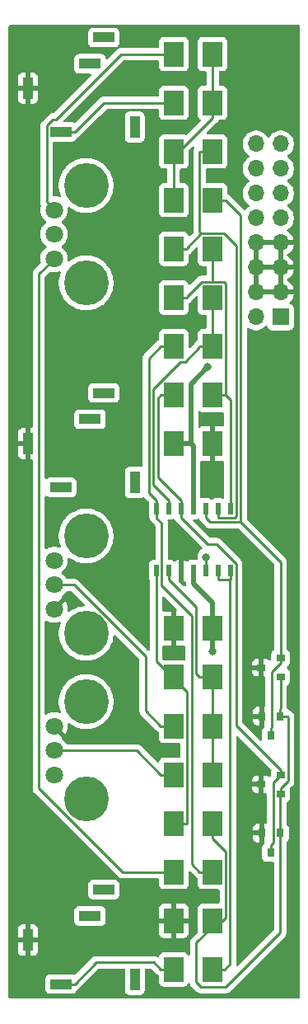
<source format=gbr>
G04 #@! TF.GenerationSoftware,KiCad,Pcbnew,9.0.0*
G04 #@! TF.CreationDate,2025-02-23T15:48:18-07:00*
G04 #@! TF.ProjectId,Notch_Filter,4e6f7463-685f-4466-996c-7465722e6b69,rev?*
G04 #@! TF.SameCoordinates,Original*
G04 #@! TF.FileFunction,Copper,L1,Top*
G04 #@! TF.FilePolarity,Positive*
%FSLAX46Y46*%
G04 Gerber Fmt 4.6, Leading zero omitted, Abs format (unit mm)*
G04 Created by KiCad (PCBNEW 9.0.0) date 2025-02-23 15:48:18*
%MOMM*%
%LPD*%
G01*
G04 APERTURE LIST*
G04 #@! TA.AperFunction,SMDPad,CuDef*
%ADD10R,2.000000X2.500000*%
G04 #@! TD*
G04 #@! TA.AperFunction,ComponentPad*
%ADD11R,1.000000X2.200000*%
G04 #@! TD*
G04 #@! TA.AperFunction,ComponentPad*
%ADD12R,2.200000X1.000000*%
G04 #@! TD*
G04 #@! TA.AperFunction,ComponentPad*
%ADD13R,1.700000X1.700000*%
G04 #@! TD*
G04 #@! TA.AperFunction,ComponentPad*
%ADD14O,1.700000X1.700000*%
G04 #@! TD*
G04 #@! TA.AperFunction,SMDPad,CuDef*
%ADD15R,0.900000X0.800000*%
G04 #@! TD*
G04 #@! TA.AperFunction,SMDPad,CuDef*
%ADD16R,0.800000X0.900000*%
G04 #@! TD*
G04 #@! TA.AperFunction,SMDPad,CuDef*
%ADD17R,0.508000X1.143000*%
G04 #@! TD*
G04 #@! TA.AperFunction,ComponentPad*
%ADD18C,4.600000*%
G04 #@! TD*
G04 #@! TA.AperFunction,ComponentPad*
%ADD19C,1.800000*%
G04 #@! TD*
G04 #@! TA.AperFunction,ViaPad*
%ADD20C,0.800000*%
G04 #@! TD*
G04 #@! TA.AperFunction,Conductor*
%ADD21C,0.250000*%
G04 #@! TD*
G04 #@! TA.AperFunction,Conductor*
%ADD22C,0.500000*%
G04 #@! TD*
G04 APERTURE END LIST*
D10*
X21000000Y-8000000D03*
X17000000Y-8000000D03*
X21000000Y-18000000D03*
X17000000Y-18000000D03*
X21000000Y-92000000D03*
X17000000Y-92000000D03*
X17000000Y-38000000D03*
X21000000Y-38000000D03*
X17000000Y-43000000D03*
X21000000Y-43000000D03*
X17000000Y-62000000D03*
X21000000Y-62000000D03*
X17000000Y-97000000D03*
X21000000Y-97000000D03*
D11*
X2000000Y-6500000D03*
X13000000Y-10500000D03*
D12*
X5400000Y-11000000D03*
X8400000Y-4000000D03*
X9800000Y-1300000D03*
D11*
X2000000Y-94000000D03*
X13000000Y-98000000D03*
D12*
X5400000Y-98500000D03*
X9800000Y-88800000D03*
X8400000Y-91500000D03*
D13*
X28000000Y-30000000D03*
D14*
X25460000Y-30000000D03*
X28000000Y-27460000D03*
X25460000Y-27460000D03*
X28000000Y-24920000D03*
X25460000Y-24920000D03*
X28000000Y-22380000D03*
X25460000Y-22380000D03*
X28000000Y-19840000D03*
X25460000Y-19840000D03*
X28000000Y-17300000D03*
X25460000Y-17300000D03*
X28000000Y-14760000D03*
X25460000Y-14760000D03*
X28000000Y-12220000D03*
X25460000Y-12220000D03*
D11*
X2000000Y-43000000D03*
X13000000Y-47000000D03*
D12*
X5400000Y-47500000D03*
X9800000Y-37800000D03*
X8400000Y-40500000D03*
D15*
X28000000Y-66950000D03*
X28000000Y-65050000D03*
X26000000Y-66000000D03*
D16*
X27950000Y-71000000D03*
X26050000Y-71000000D03*
X27000000Y-73000000D03*
D15*
X28000000Y-78950000D03*
X28000000Y-77050000D03*
X26000000Y-78000000D03*
D10*
X21000000Y-13000000D03*
X17000000Y-13000000D03*
X21000000Y-23000000D03*
X17000000Y-23000000D03*
X17000000Y-3000000D03*
X21000000Y-3000000D03*
X21000000Y-28000000D03*
X17000000Y-28000000D03*
X21000000Y-82000000D03*
X17000000Y-82000000D03*
X21000000Y-67000000D03*
X17000000Y-67000000D03*
X17000000Y-33000000D03*
X21000000Y-33000000D03*
X21000000Y-87000000D03*
X17000000Y-87000000D03*
X17000000Y-72000000D03*
X21000000Y-72000000D03*
X17000000Y-77000000D03*
X21000000Y-77000000D03*
D17*
X22810000Y-49698000D03*
X21540000Y-49698000D03*
X20270000Y-49698000D03*
X19000000Y-49698000D03*
X17730000Y-49698000D03*
X16460000Y-49698000D03*
X15190000Y-49698000D03*
X15190000Y-56048000D03*
X16460000Y-56048000D03*
X17730000Y-56048000D03*
X19000000Y-56048000D03*
X20270000Y-56048000D03*
X21540000Y-56048000D03*
X22810000Y-56048000D03*
D16*
X27950000Y-83000000D03*
X26050000Y-83000000D03*
X27000000Y-85000000D03*
D18*
X8000000Y-16500000D03*
X8000000Y-26500000D03*
D19*
X4700000Y-19000000D03*
X4700000Y-21500000D03*
X4700000Y-24000000D03*
D18*
X8000000Y-62500000D03*
X8000000Y-52500000D03*
D19*
X4700000Y-55000000D03*
X4700000Y-57500000D03*
X4700000Y-60000000D03*
D18*
X8000000Y-69500000D03*
X8000000Y-79500000D03*
D19*
X4700000Y-72000000D03*
X4700000Y-74500000D03*
X4700000Y-77000000D03*
D20*
X1500000Y-98500000D03*
X28000000Y-33000000D03*
X28500000Y-98500000D03*
X1500000Y-3000000D03*
X28500000Y-97000000D03*
X28500000Y-1500000D03*
X17000000Y-64167600D03*
X1500000Y-97000000D03*
X28500000Y-3000000D03*
X1500000Y-1500000D03*
X28000000Y-53000000D03*
X24630200Y-65907400D03*
X24717800Y-82818100D03*
X27000000Y-98500000D03*
X21000000Y-45197700D03*
X3000000Y-98500000D03*
X17730000Y-54573700D03*
X27000000Y-1500000D03*
X24638000Y-71120000D03*
X24638200Y-78490600D03*
X3000000Y-1500000D03*
X17000000Y-89837700D03*
X20487700Y-35166900D03*
X20988000Y-64332400D03*
X20334500Y-54664800D03*
D21*
X6825300Y-11000000D02*
X9825300Y-8000000D01*
X5400000Y-11000000D02*
X6825300Y-11000000D01*
X9825300Y-8000000D02*
X17000000Y-8000000D01*
X21000000Y-9575300D02*
X20974800Y-9575300D01*
X17550100Y-13000000D02*
X17000000Y-13550100D01*
X21000000Y-3000000D02*
X21000000Y-8000000D01*
X17000000Y-13000000D02*
X17550100Y-13000000D01*
X21000000Y-8000000D02*
X21000000Y-9575300D01*
X20974800Y-9575300D02*
X17550100Y-13000000D01*
X17000000Y-13550100D02*
X17000000Y-18000000D01*
X21000000Y-18000000D02*
X22325300Y-18000000D01*
X27000000Y-73000000D02*
X27000000Y-72224700D01*
X20270000Y-49698000D02*
X20270000Y-50594800D01*
X28000000Y-65516000D02*
X28000000Y-65050000D01*
X20270000Y-50594800D02*
X20721100Y-51045900D01*
X27000000Y-72224700D02*
X27075400Y-72149300D01*
X23880600Y-51045900D02*
X28000000Y-55165300D01*
X27075400Y-72149300D02*
X27075400Y-66440600D01*
X23880600Y-19555300D02*
X22325300Y-18000000D01*
X27075400Y-66440600D02*
X28000000Y-65516000D01*
X28000000Y-55165300D02*
X28000000Y-65050000D01*
X20721100Y-51045900D02*
X23880600Y-51045900D01*
X23880600Y-51045900D02*
X23880600Y-19555300D01*
X19304000Y-94246100D02*
X19304000Y-98298000D01*
X22046000Y-92000000D02*
X22352000Y-91694000D01*
X22352000Y-84927300D02*
X21000000Y-83575300D01*
X27950000Y-83000000D02*
X27950000Y-79000000D01*
X28000000Y-78950000D02*
X28000000Y-78406000D01*
X27950000Y-93208000D02*
X27950000Y-83000000D01*
X21550100Y-92000000D02*
X22046000Y-92000000D01*
X28775400Y-71100100D02*
X28675300Y-71000000D01*
X28000000Y-70174700D02*
X28000000Y-66950000D01*
X19304000Y-98298000D02*
X19812000Y-98806000D01*
X27950000Y-79000000D02*
X28000000Y-78950000D01*
X21550100Y-92000000D02*
X19304000Y-94246100D01*
X22352000Y-91694000D02*
X22352000Y-84927300D01*
X27950000Y-71000000D02*
X27950000Y-70224700D01*
X28000000Y-78406000D02*
X28775400Y-77630600D01*
X19812000Y-98806000D02*
X22352000Y-98806000D01*
X21000000Y-83575300D02*
X21000000Y-82000000D01*
X22352000Y-98806000D02*
X27950000Y-93208000D01*
X28675300Y-71000000D02*
X27950000Y-71000000D01*
X21000000Y-92000000D02*
X21550100Y-92000000D01*
X27950000Y-70224700D02*
X28000000Y-70174700D01*
X28775400Y-77630600D02*
X28775400Y-71100100D01*
D22*
X17000000Y-89837700D02*
X17000000Y-92000000D01*
X17000000Y-64167600D02*
X17000000Y-62000000D01*
X24630200Y-65907400D02*
X24707100Y-65907400D01*
X26050000Y-71000000D02*
X24758000Y-71000000D01*
X24638200Y-78490600D02*
X24799700Y-78329100D01*
X26000000Y-78000000D02*
X24799700Y-78000000D01*
X24899700Y-83000000D02*
X24717800Y-82818100D01*
X17730000Y-54573700D02*
X17730000Y-56048000D01*
X26000000Y-66000000D02*
X24799700Y-66000000D01*
X21000000Y-43000000D02*
X21000000Y-45197700D01*
X24799700Y-78329100D02*
X24799700Y-78000000D01*
X26050000Y-83000000D02*
X24899700Y-83000000D01*
X24707100Y-65907400D02*
X24799700Y-66000000D01*
X24758000Y-71000000D02*
X24638000Y-71120000D01*
D21*
X27000000Y-84224700D02*
X27000000Y-85000000D01*
X28000000Y-77050000D02*
X27224600Y-77825400D01*
X23415400Y-71929400D02*
X28000000Y-76514000D01*
X15359700Y-46430900D02*
X17730000Y-48801200D01*
X17730000Y-49249600D02*
X17730000Y-48801200D01*
X15674700Y-38000000D02*
X15359700Y-38315000D01*
X28000000Y-76514000D02*
X28000000Y-77050000D01*
X17730000Y-50594800D02*
X20458900Y-53323700D01*
X17730000Y-49698000D02*
X17730000Y-50594800D01*
X15359700Y-38315000D02*
X15359700Y-46430900D01*
X23415400Y-55330000D02*
X23415400Y-71929400D01*
X17730000Y-49249600D02*
X17730000Y-49698000D01*
X27224600Y-77825400D02*
X27224600Y-84000100D01*
X17000000Y-38000000D02*
X15674700Y-38000000D01*
X21409100Y-53323700D02*
X23415400Y-55330000D01*
X27224600Y-84000100D02*
X27000000Y-84224700D01*
X20458900Y-53323700D02*
X21409100Y-53323700D01*
X22810000Y-38484700D02*
X22325300Y-38000000D01*
X18325300Y-27917200D02*
X18325300Y-28000000D01*
X21000000Y-26394500D02*
X19848000Y-26394500D01*
X21000000Y-23000000D02*
X21000000Y-26394500D01*
X22810000Y-49698000D02*
X22810000Y-38484700D01*
X17000000Y-28000000D02*
X18325300Y-28000000D01*
X22325300Y-26560100D02*
X22325300Y-38000000D01*
X22159700Y-26394500D02*
X22325300Y-26560100D01*
X21000000Y-38000000D02*
X22325300Y-38000000D01*
X19848000Y-26394500D02*
X18325300Y-27917200D01*
X21000000Y-26394500D02*
X22159700Y-26394500D01*
D22*
X18750200Y-43000000D02*
X19000000Y-43249800D01*
X17000000Y-43000000D02*
X18500200Y-43000000D01*
X18750400Y-42999800D02*
X18750400Y-36904200D01*
X18750200Y-43000000D02*
X18750400Y-42999800D01*
X18500200Y-43000000D02*
X18750200Y-43000000D01*
X18750400Y-36904200D02*
X20487700Y-35166900D01*
X19000000Y-43249800D02*
X19000000Y-49698000D01*
X21000000Y-59369800D02*
X21000000Y-62000000D01*
X20988000Y-64012300D02*
X20988000Y-64332400D01*
X19000000Y-57369800D02*
X21000000Y-59369800D01*
X21000000Y-64000300D02*
X20988000Y-64012300D01*
X21000000Y-62000000D02*
X21000000Y-64000300D01*
X19000000Y-56048000D02*
X19000000Y-57369800D01*
D21*
X21540000Y-56048000D02*
X21540000Y-56944800D01*
X22802009Y-96447991D02*
X22250000Y-97000000D01*
X22775600Y-56944800D02*
X22810000Y-56944800D01*
X22250000Y-97000000D02*
X21000000Y-97000000D01*
X22775600Y-56944800D02*
X22802009Y-56971209D01*
X22810000Y-56048000D02*
X22810000Y-56944800D01*
X22802009Y-56971209D02*
X22802009Y-96447991D01*
X21540000Y-56944800D02*
X22775600Y-56944800D01*
X14940700Y-96266000D02*
X15674700Y-97000000D01*
X5400000Y-98500000D02*
X6825300Y-98500000D01*
X15674700Y-97000000D02*
X17000000Y-97000000D01*
X6825300Y-98500000D02*
X9059300Y-96266000D01*
X9059300Y-96266000D02*
X14940700Y-96266000D01*
X19817900Y-21424600D02*
X19674700Y-21281400D01*
X21540000Y-49698000D02*
X21540000Y-50594800D01*
X23290100Y-50594800D02*
X23426600Y-50458300D01*
X23426600Y-50458300D02*
X23426600Y-22713100D01*
X21000000Y-13000000D02*
X19674700Y-13000000D01*
X23426600Y-22713100D02*
X22138100Y-21424600D01*
X18325300Y-22917200D02*
X18325300Y-23000000D01*
X21540000Y-50594800D02*
X23290100Y-50594800D01*
X17000000Y-23000000D02*
X18325300Y-23000000D01*
X19817900Y-21424600D02*
X18325300Y-22917200D01*
X19674700Y-21281400D02*
X19674700Y-13000000D01*
X22138100Y-21424600D02*
X19817900Y-21424600D01*
X17000000Y-3000000D02*
X11600300Y-3000000D01*
X3931600Y-10354200D02*
X3931600Y-18231600D01*
X4916700Y-9683600D02*
X4602200Y-9683600D01*
X3931600Y-18231600D02*
X4700000Y-19000000D01*
X11600300Y-3000000D02*
X4916700Y-9683600D01*
X4602200Y-9683600D02*
X3931600Y-10354200D01*
X18165700Y-34591800D02*
X19674700Y-33082800D01*
X16460000Y-48801200D02*
X14878000Y-47219200D01*
X14878000Y-37384800D02*
X17671000Y-34591800D01*
X16460000Y-49698000D02*
X16460000Y-48801200D01*
X17671000Y-34591800D02*
X18165700Y-34591800D01*
X19674700Y-33082800D02*
X19674700Y-33000000D01*
X21000000Y-33000000D02*
X21000000Y-28000000D01*
X21000000Y-33000000D02*
X19674700Y-33000000D01*
X14878000Y-47219200D02*
X14878000Y-37384800D01*
X15190000Y-56048000D02*
X15190000Y-65389900D01*
X17000000Y-67000000D02*
X16800100Y-67000000D01*
X17000000Y-82000000D02*
X18325300Y-82000000D01*
X18325300Y-68525200D02*
X16800100Y-67000000D01*
X15190000Y-65389900D02*
X16800100Y-67000000D01*
X18325300Y-82000000D02*
X18325300Y-68525200D01*
X21000000Y-77000000D02*
X21000000Y-72000000D01*
X19301000Y-66626300D02*
X19674700Y-67000000D01*
X16460000Y-56944800D02*
X19301000Y-59785800D01*
X21000000Y-67000000D02*
X19674700Y-67000000D01*
X16460000Y-56048000D02*
X16460000Y-56944800D01*
X21000000Y-67000000D02*
X21000000Y-72000000D01*
X19301000Y-59785800D02*
X19301000Y-66626300D01*
X18850600Y-86175900D02*
X18850600Y-60683000D01*
X15769300Y-51174100D02*
X15190000Y-50594800D01*
X21000000Y-87000000D02*
X19674700Y-87000000D01*
X15190000Y-50146400D02*
X15190000Y-49698000D01*
X14427700Y-48038900D02*
X15190000Y-48801200D01*
X15769300Y-57601700D02*
X15769300Y-51174100D01*
X15190000Y-49698000D02*
X15190000Y-48801200D01*
X15674700Y-33000000D02*
X14427700Y-34247000D01*
X15190000Y-50146400D02*
X15190000Y-50594800D01*
X19674700Y-87000000D02*
X18850600Y-86175900D01*
X18850600Y-60683000D02*
X15769300Y-57601700D01*
X14427700Y-34247000D02*
X14427700Y-48038900D01*
X17000000Y-33000000D02*
X15674700Y-33000000D01*
X11730400Y-87000000D02*
X3125400Y-78395000D01*
X3125400Y-25574600D02*
X4700000Y-24000000D01*
X17000000Y-87000000D02*
X11730400Y-87000000D01*
X3125400Y-78395000D02*
X3125400Y-25574600D01*
X4700000Y-57500000D02*
X6723300Y-57500000D01*
X14108100Y-70433400D02*
X15674700Y-72000000D01*
X17000000Y-72000000D02*
X15674700Y-72000000D01*
X6723300Y-57500000D02*
X14108100Y-64884800D01*
X14108100Y-64884800D02*
X14108100Y-70433400D01*
X13174700Y-74500000D02*
X4700000Y-74500000D01*
X17000000Y-77000000D02*
X15674700Y-77000000D01*
X15674700Y-77000000D02*
X13174700Y-74500000D01*
X20270000Y-55151200D02*
X20334500Y-55086700D01*
X20334500Y-55086700D02*
X20334500Y-54664800D01*
X20270000Y-56048000D02*
X20270000Y-55151200D01*
G04 #@! TA.AperFunction,Conductor*
G36*
X23644021Y-73054379D02*
G01*
X23650604Y-73060508D01*
X27014165Y-76424069D01*
X27048191Y-76486381D01*
X27047778Y-76532846D01*
X27048853Y-76532962D01*
X27041500Y-76601350D01*
X27041500Y-77060404D01*
X27032716Y-77090319D01*
X27026088Y-77120789D01*
X27022273Y-77125884D01*
X27021498Y-77128525D01*
X27004595Y-77149499D01*
X26949636Y-77204458D01*
X26887324Y-77238484D01*
X26816509Y-77233419D01*
X26785032Y-77216231D01*
X26695965Y-77149555D01*
X26559093Y-77098505D01*
X26498597Y-77092000D01*
X26254000Y-77092000D01*
X26254000Y-78908000D01*
X26465100Y-78908000D01*
X26533221Y-78928002D01*
X26579714Y-78981658D01*
X26591100Y-79034000D01*
X26591100Y-81916000D01*
X26571098Y-81984121D01*
X26517442Y-82030614D01*
X26465100Y-82042000D01*
X26304000Y-82042000D01*
X26304000Y-83958670D01*
X26337221Y-84019508D01*
X26332156Y-84090323D01*
X26289611Y-84147158D01*
X26236738Y-84186739D01*
X26149112Y-84303792D01*
X26149110Y-84303797D01*
X26098011Y-84440795D01*
X26098009Y-84440803D01*
X26091500Y-84501350D01*
X26091500Y-85498649D01*
X26098009Y-85559196D01*
X26098011Y-85559204D01*
X26149110Y-85696202D01*
X26149112Y-85696207D01*
X26236738Y-85813261D01*
X26353792Y-85900887D01*
X26353794Y-85900888D01*
X26353796Y-85900889D01*
X26407436Y-85920896D01*
X26490795Y-85951988D01*
X26490803Y-85951990D01*
X26551350Y-85958499D01*
X26551355Y-85958499D01*
X26551362Y-85958500D01*
X27190500Y-85958500D01*
X27258621Y-85978502D01*
X27305114Y-86032158D01*
X27316500Y-86084500D01*
X27316500Y-92893405D01*
X27296498Y-92961526D01*
X27279595Y-92982500D01*
X23649968Y-96612126D01*
X23587656Y-96646152D01*
X23516840Y-96641087D01*
X23460005Y-96598540D01*
X23435194Y-96532020D01*
X23435480Y-96510678D01*
X23435509Y-96510383D01*
X23435509Y-83498597D01*
X25142000Y-83498597D01*
X25148505Y-83559093D01*
X25199555Y-83695964D01*
X25199555Y-83695965D01*
X25287095Y-83812904D01*
X25404034Y-83900444D01*
X25540906Y-83951494D01*
X25601402Y-83957999D01*
X25601415Y-83958000D01*
X25796000Y-83958000D01*
X25796000Y-83254000D01*
X25142000Y-83254000D01*
X25142000Y-83498597D01*
X23435509Y-83498597D01*
X23435509Y-82501402D01*
X25142000Y-82501402D01*
X25142000Y-82746000D01*
X25796000Y-82746000D01*
X25796000Y-82042000D01*
X25601402Y-82042000D01*
X25540906Y-82048505D01*
X25404035Y-82099555D01*
X25404034Y-82099555D01*
X25287095Y-82187095D01*
X25199555Y-82304034D01*
X25199555Y-82304035D01*
X25148505Y-82440906D01*
X25142000Y-82501402D01*
X23435509Y-82501402D01*
X23435509Y-78448597D01*
X25042000Y-78448597D01*
X25048505Y-78509093D01*
X25099555Y-78645964D01*
X25099555Y-78645965D01*
X25187095Y-78762904D01*
X25304034Y-78850444D01*
X25440906Y-78901494D01*
X25501402Y-78907999D01*
X25501415Y-78908000D01*
X25746000Y-78908000D01*
X25746000Y-78254000D01*
X25042000Y-78254000D01*
X25042000Y-78448597D01*
X23435509Y-78448597D01*
X23435509Y-77551402D01*
X25042000Y-77551402D01*
X25042000Y-77746000D01*
X25746000Y-77746000D01*
X25746000Y-77092000D01*
X25501402Y-77092000D01*
X25440906Y-77098505D01*
X25304035Y-77149555D01*
X25304034Y-77149555D01*
X25187095Y-77237095D01*
X25099555Y-77354034D01*
X25099555Y-77354035D01*
X25048505Y-77490906D01*
X25042000Y-77551402D01*
X23435509Y-77551402D01*
X23435509Y-73149603D01*
X23455511Y-73081482D01*
X23509167Y-73034989D01*
X23579441Y-73024885D01*
X23644021Y-73054379D01*
G37*
G04 #@! TD.AperFunction*
G04 #@! TA.AperFunction,Conductor*
G36*
X3916167Y-61184618D02*
G01*
X3927243Y-61185252D01*
X3958962Y-61201988D01*
X3962047Y-61204229D01*
X4159514Y-61304843D01*
X4159516Y-61304844D01*
X4370289Y-61373329D01*
X4589191Y-61408000D01*
X4810809Y-61408000D01*
X5029710Y-61373329D01*
X5226815Y-61309285D01*
X5297783Y-61307257D01*
X5358581Y-61343919D01*
X5389906Y-61407631D01*
X5384682Y-61470733D01*
X5297012Y-61721283D01*
X5226819Y-62028814D01*
X5191500Y-62342276D01*
X5191500Y-62657723D01*
X5226819Y-62971185D01*
X5263362Y-63131289D01*
X5297012Y-63278718D01*
X5297014Y-63278724D01*
X5297013Y-63278724D01*
X5401189Y-63576442D01*
X5401200Y-63576469D01*
X5538063Y-63860668D01*
X5705890Y-64127762D01*
X5705894Y-64127768D01*
X5902563Y-64374381D01*
X5902572Y-64374391D01*
X6125608Y-64597427D01*
X6125618Y-64597436D01*
X6372231Y-64794105D01*
X6372238Y-64794109D01*
X6372241Y-64794112D01*
X6376034Y-64796495D01*
X6639331Y-64961936D01*
X6639334Y-64961937D01*
X6639335Y-64961938D01*
X6923540Y-65098804D01*
X6923556Y-65098809D01*
X6923557Y-65098810D01*
X7221275Y-65202986D01*
X7221278Y-65202986D01*
X7221282Y-65202988D01*
X7528818Y-65273181D01*
X7751088Y-65298225D01*
X7842276Y-65308500D01*
X7842278Y-65308500D01*
X8157724Y-65308500D01*
X8237332Y-65299529D01*
X8471182Y-65273181D01*
X8778718Y-65202988D01*
X9076460Y-65098804D01*
X9360665Y-64961938D01*
X9627759Y-64794112D01*
X9874383Y-64597435D01*
X10097435Y-64374383D01*
X10294112Y-64127759D01*
X10461938Y-63860665D01*
X10598804Y-63576460D01*
X10702988Y-63278718D01*
X10773181Y-62971182D01*
X10797090Y-62758982D01*
X10824594Y-62693531D01*
X10883118Y-62653339D01*
X10954081Y-62651166D01*
X11011393Y-62683997D01*
X13437695Y-65110299D01*
X13471721Y-65172611D01*
X13474600Y-65199394D01*
X13474600Y-70495796D01*
X13481258Y-70529266D01*
X13498945Y-70618185D01*
X13546700Y-70733475D01*
X13616029Y-70837233D01*
X15182629Y-72403833D01*
X15270867Y-72492071D01*
X15374625Y-72561400D01*
X15413719Y-72577593D01*
X15468999Y-72622142D01*
X15491420Y-72689505D01*
X15491500Y-72694002D01*
X15491500Y-73298649D01*
X15498009Y-73359196D01*
X15498011Y-73359204D01*
X15549110Y-73496202D01*
X15549112Y-73496207D01*
X15636738Y-73613261D01*
X15753792Y-73700887D01*
X15753794Y-73700888D01*
X15753796Y-73700889D01*
X15812875Y-73722924D01*
X15890795Y-73751988D01*
X15890803Y-73751990D01*
X15951350Y-73758499D01*
X15951355Y-73758499D01*
X15951362Y-73758500D01*
X17565800Y-73758500D01*
X17633921Y-73778502D01*
X17680414Y-73832158D01*
X17691800Y-73884500D01*
X17691800Y-75115500D01*
X17671798Y-75183621D01*
X17618142Y-75230114D01*
X17565800Y-75241500D01*
X15951350Y-75241500D01*
X15890803Y-75248009D01*
X15890795Y-75248011D01*
X15753797Y-75299110D01*
X15753792Y-75299112D01*
X15636738Y-75386738D01*
X15549112Y-75503792D01*
X15549110Y-75503797D01*
X15498011Y-75640795D01*
X15496197Y-75648474D01*
X15494100Y-75647978D01*
X15471158Y-75703343D01*
X15412833Y-75743825D01*
X15341882Y-75746348D01*
X15283966Y-75713362D01*
X13578535Y-74007931D01*
X13578533Y-74007929D01*
X13474775Y-73938600D01*
X13359485Y-73890845D01*
X13285786Y-73876185D01*
X13237096Y-73866500D01*
X13237094Y-73866500D01*
X6035225Y-73866500D01*
X5967104Y-73846498D01*
X5922959Y-73797704D01*
X5913175Y-73778502D01*
X5904657Y-73761785D01*
X5797535Y-73614345D01*
X5774341Y-73582421D01*
X5617578Y-73425658D01*
X5515682Y-73351626D01*
X5472328Y-73295403D01*
X5466253Y-73224667D01*
X5499385Y-73161875D01*
X5499778Y-73161534D01*
X5499964Y-73159174D01*
X4824947Y-72484157D01*
X4892993Y-72465925D01*
X5007007Y-72400099D01*
X5100099Y-72307007D01*
X5165925Y-72192993D01*
X5184157Y-72124947D01*
X5859174Y-72799964D01*
X5859175Y-72799963D01*
X5904227Y-72737956D01*
X5904228Y-72737954D01*
X6004843Y-72540485D01*
X6004844Y-72540483D01*
X6073329Y-72329710D01*
X6108000Y-72110808D01*
X6108000Y-71889191D01*
X6103343Y-71859788D01*
X6112443Y-71789377D01*
X6158165Y-71735063D01*
X6225993Y-71714090D01*
X6294392Y-71733117D01*
X6306343Y-71741560D01*
X6372241Y-71794112D01*
X6476764Y-71859788D01*
X6639331Y-71961936D01*
X6639334Y-71961937D01*
X6639335Y-71961938D01*
X6923540Y-72098804D01*
X6923556Y-72098809D01*
X6923557Y-72098810D01*
X7221275Y-72202986D01*
X7221278Y-72202986D01*
X7221282Y-72202988D01*
X7528818Y-72273181D01*
X7751088Y-72298225D01*
X7842276Y-72308500D01*
X7842278Y-72308500D01*
X8157724Y-72308500D01*
X8237332Y-72299529D01*
X8471182Y-72273181D01*
X8778718Y-72202988D01*
X9076460Y-72098804D01*
X9360665Y-71961938D01*
X9627759Y-71794112D01*
X9633697Y-71789377D01*
X9750832Y-71695964D01*
X9874383Y-71597435D01*
X10097435Y-71374383D01*
X10294112Y-71127759D01*
X10461938Y-70860665D01*
X10598804Y-70576460D01*
X10702988Y-70278718D01*
X10773181Y-69971182D01*
X10808500Y-69657722D01*
X10808500Y-69342278D01*
X10773181Y-69028818D01*
X10702988Y-68721282D01*
X10695852Y-68700889D01*
X10598810Y-68423557D01*
X10598809Y-68423556D01*
X10598804Y-68423540D01*
X10461938Y-68139335D01*
X10461937Y-68139334D01*
X10461936Y-68139331D01*
X10375779Y-68002215D01*
X10294112Y-67872241D01*
X10294109Y-67872237D01*
X10294105Y-67872231D01*
X10097436Y-67625618D01*
X10097427Y-67625608D01*
X9874391Y-67402572D01*
X9874381Y-67402563D01*
X9627768Y-67205894D01*
X9627762Y-67205890D01*
X9360668Y-67038063D01*
X9076469Y-66901200D01*
X9076464Y-66901198D01*
X9076460Y-66901196D01*
X9076454Y-66901193D01*
X9076442Y-66901189D01*
X8778724Y-66797013D01*
X8471185Y-66726819D01*
X8157724Y-66691500D01*
X8157722Y-66691500D01*
X7842278Y-66691500D01*
X7842276Y-66691500D01*
X7528814Y-66726819D01*
X7221275Y-66797013D01*
X6923557Y-66901189D01*
X6923530Y-66901200D01*
X6639331Y-67038063D01*
X6372237Y-67205890D01*
X6372231Y-67205894D01*
X6125618Y-67402563D01*
X6125608Y-67402572D01*
X5902572Y-67625608D01*
X5902563Y-67625618D01*
X5705894Y-67872231D01*
X5705890Y-67872237D01*
X5538063Y-68139331D01*
X5401200Y-68423530D01*
X5401189Y-68423557D01*
X5297013Y-68721275D01*
X5226819Y-69028814D01*
X5191500Y-69342276D01*
X5191500Y-69657723D01*
X5226819Y-69971185D01*
X5256119Y-70099555D01*
X5297012Y-70278718D01*
X5297014Y-70278724D01*
X5297013Y-70278724D01*
X5384681Y-70529266D01*
X5388300Y-70600171D01*
X5353011Y-70661776D01*
X5290018Y-70694522D01*
X5226815Y-70690714D01*
X5029710Y-70626670D01*
X4810809Y-70592000D01*
X4589191Y-70592000D01*
X4370289Y-70626670D01*
X4159516Y-70695155D01*
X4159514Y-70695156D01*
X3962038Y-70795774D01*
X3958952Y-70798017D01*
X3892083Y-70821870D01*
X3822932Y-70805784D01*
X3773456Y-70754866D01*
X3758900Y-70696075D01*
X3758900Y-61303924D01*
X3762504Y-61291647D01*
X3761410Y-61278901D01*
X3772316Y-61258230D01*
X3778902Y-61235803D01*
X3788571Y-61227424D01*
X3794542Y-61216109D01*
X3814894Y-61204615D01*
X3832558Y-61189310D01*
X3845221Y-61187489D01*
X3856362Y-61181198D01*
X3879695Y-61182532D01*
X3902832Y-61179206D01*
X3916167Y-61184618D01*
G37*
G04 #@! TD.AperFunction*
G04 #@! TA.AperFunction,Conductor*
G36*
X19581091Y-50717155D02*
G01*
X19588016Y-50717403D01*
X19611848Y-50733950D01*
X19637320Y-50747858D01*
X19642027Y-50754902D01*
X19646334Y-50757893D01*
X19664634Y-50788736D01*
X19708597Y-50894869D01*
X19708599Y-50894874D01*
X19732593Y-50930783D01*
X19777929Y-50998633D01*
X20317267Y-51537972D01*
X20421025Y-51607301D01*
X20502547Y-51641068D01*
X20536315Y-51655055D01*
X20658706Y-51679400D01*
X23566006Y-51679400D01*
X23634127Y-51699402D01*
X23655101Y-51716305D01*
X27329595Y-55390799D01*
X27363621Y-55453111D01*
X27366500Y-55479894D01*
X27366500Y-64090113D01*
X27346498Y-64158234D01*
X27309935Y-64192275D01*
X27311010Y-64193711D01*
X27303796Y-64199110D01*
X27303796Y-64199111D01*
X27290443Y-64209106D01*
X27186738Y-64286738D01*
X27099112Y-64403792D01*
X27099110Y-64403797D01*
X27048011Y-64540795D01*
X27048009Y-64540803D01*
X27041500Y-64601350D01*
X27041500Y-65163894D01*
X27021498Y-65232015D01*
X26967842Y-65278508D01*
X26897568Y-65288612D01*
X26832988Y-65259118D01*
X26814635Y-65239408D01*
X26812903Y-65237095D01*
X26695965Y-65149555D01*
X26559093Y-65098505D01*
X26498597Y-65092000D01*
X26254000Y-65092000D01*
X26254000Y-66908000D01*
X26315900Y-66908000D01*
X26384021Y-66928002D01*
X26430514Y-66981658D01*
X26441900Y-67034000D01*
X26441900Y-69916000D01*
X26421898Y-69984121D01*
X26368242Y-70030614D01*
X26315900Y-70042000D01*
X26304000Y-70042000D01*
X26304000Y-71958670D01*
X26337221Y-72019508D01*
X26332156Y-72090323D01*
X26289611Y-72147158D01*
X26236738Y-72186739D01*
X26149112Y-72303792D01*
X26149110Y-72303797D01*
X26098011Y-72440795D01*
X26098009Y-72440803D01*
X26091500Y-72501350D01*
X26091500Y-73405406D01*
X26071498Y-73473527D01*
X26017842Y-73520020D01*
X25947568Y-73530124D01*
X25882988Y-73500630D01*
X25876405Y-73494501D01*
X24085805Y-71703901D01*
X24051779Y-71641589D01*
X24048900Y-71614806D01*
X24048900Y-71498597D01*
X25142000Y-71498597D01*
X25148505Y-71559093D01*
X25199555Y-71695964D01*
X25199555Y-71695965D01*
X25287095Y-71812904D01*
X25404034Y-71900444D01*
X25540906Y-71951494D01*
X25601402Y-71957999D01*
X25601415Y-71958000D01*
X25796000Y-71958000D01*
X25796000Y-71254000D01*
X25142000Y-71254000D01*
X25142000Y-71498597D01*
X24048900Y-71498597D01*
X24048900Y-70501402D01*
X25142000Y-70501402D01*
X25142000Y-70746000D01*
X25796000Y-70746000D01*
X25796000Y-70042000D01*
X25601402Y-70042000D01*
X25540906Y-70048505D01*
X25404035Y-70099555D01*
X25404034Y-70099555D01*
X25287095Y-70187095D01*
X25199555Y-70304034D01*
X25199555Y-70304035D01*
X25148505Y-70440906D01*
X25142000Y-70501402D01*
X24048900Y-70501402D01*
X24048900Y-66448597D01*
X25042000Y-66448597D01*
X25048505Y-66509093D01*
X25099555Y-66645964D01*
X25099555Y-66645965D01*
X25187095Y-66762904D01*
X25304034Y-66850444D01*
X25440906Y-66901494D01*
X25501402Y-66907999D01*
X25501415Y-66908000D01*
X25746000Y-66908000D01*
X25746000Y-66254000D01*
X25042000Y-66254000D01*
X25042000Y-66448597D01*
X24048900Y-66448597D01*
X24048900Y-65551402D01*
X25042000Y-65551402D01*
X25042000Y-65746000D01*
X25746000Y-65746000D01*
X25746000Y-65092000D01*
X25501402Y-65092000D01*
X25440906Y-65098505D01*
X25304035Y-65149555D01*
X25304034Y-65149555D01*
X25187095Y-65237095D01*
X25099555Y-65354034D01*
X25099555Y-65354035D01*
X25048505Y-65490906D01*
X25042000Y-65551402D01*
X24048900Y-65551402D01*
X24048900Y-55267607D01*
X24048899Y-55267603D01*
X24024555Y-55145215D01*
X24005331Y-55098804D01*
X23976801Y-55029925D01*
X23907472Y-54926167D01*
X23907467Y-54926161D01*
X21812935Y-52831631D01*
X21812933Y-52831629D01*
X21709175Y-52762300D01*
X21593885Y-52714545D01*
X21520186Y-52699885D01*
X21471496Y-52690200D01*
X21471494Y-52690200D01*
X20773494Y-52690200D01*
X20705373Y-52670198D01*
X20684399Y-52653295D01*
X19024199Y-50993095D01*
X18990173Y-50930783D01*
X18995238Y-50859968D01*
X19037785Y-50803132D01*
X19104305Y-50778321D01*
X19113294Y-50778000D01*
X19302632Y-50778000D01*
X19302638Y-50778000D01*
X19302645Y-50777999D01*
X19302649Y-50777999D01*
X19363196Y-50771490D01*
X19363199Y-50771489D01*
X19363201Y-50771489D01*
X19500204Y-50720389D01*
X19500208Y-50720386D01*
X19504192Y-50718900D01*
X19511103Y-50718405D01*
X19517064Y-50714869D01*
X19546062Y-50715904D01*
X19575008Y-50713834D01*
X19581091Y-50717155D01*
G37*
G04 #@! TD.AperFunction*
G04 #@! TA.AperFunction,Conductor*
G36*
X16032012Y-58760770D02*
G01*
X16038595Y-58766899D01*
X17298601Y-60026905D01*
X17332627Y-60089217D01*
X17327562Y-60160032D01*
X17285015Y-60216868D01*
X17275630Y-60220368D01*
X17254000Y-60241999D01*
X17254000Y-63758000D01*
X18048585Y-63758000D01*
X18048590Y-63757999D01*
X18077627Y-63754877D01*
X18147496Y-63767481D01*
X18199460Y-63815857D01*
X18217100Y-63880155D01*
X18217100Y-65119338D01*
X18197098Y-65187459D01*
X18143442Y-65233952D01*
X18077635Y-65244616D01*
X18048657Y-65241501D01*
X18048641Y-65241500D01*
X18048638Y-65241500D01*
X15989694Y-65241500D01*
X15959778Y-65232716D01*
X15929309Y-65226088D01*
X15924213Y-65222273D01*
X15921573Y-65221498D01*
X15900599Y-65204595D01*
X15860405Y-65164401D01*
X15826379Y-65102089D01*
X15823500Y-65075306D01*
X15823500Y-63884000D01*
X15843502Y-63815879D01*
X15897158Y-63769386D01*
X15949500Y-63758000D01*
X16746000Y-63758000D01*
X16746000Y-60242000D01*
X15949500Y-60242000D01*
X15881379Y-60221998D01*
X15834886Y-60168342D01*
X15823500Y-60116000D01*
X15823500Y-58855994D01*
X15843502Y-58787873D01*
X15897158Y-58741380D01*
X15967432Y-58731276D01*
X16032012Y-58760770D01*
G37*
G04 #@! TD.AperFunction*
G04 #@! TA.AperFunction,Conductor*
G36*
X6476827Y-58153502D02*
G01*
X6497801Y-58170405D01*
X7816002Y-59488606D01*
X7850028Y-59550918D01*
X7844963Y-59621733D01*
X7802416Y-59678569D01*
X7741015Y-59702909D01*
X7528814Y-59726819D01*
X7221275Y-59797013D01*
X6923557Y-59901189D01*
X6923530Y-59901200D01*
X6639331Y-60038063D01*
X6372237Y-60205890D01*
X6372233Y-60205893D01*
X6306351Y-60258432D01*
X6240621Y-60285266D01*
X6170817Y-60272304D01*
X6119103Y-60223661D01*
X6101897Y-60154781D01*
X6103343Y-60140209D01*
X6108000Y-60110807D01*
X6108000Y-59889191D01*
X6073329Y-59670289D01*
X6004844Y-59459516D01*
X6004843Y-59459514D01*
X5904229Y-59262047D01*
X5859174Y-59200035D01*
X5184157Y-59875051D01*
X5165925Y-59807007D01*
X5100099Y-59692993D01*
X5007007Y-59599901D01*
X4892993Y-59534075D01*
X4824946Y-59515841D01*
X5499963Y-58840824D01*
X5499177Y-58830839D01*
X5472328Y-58796019D01*
X5466254Y-58725283D01*
X5499387Y-58662492D01*
X5515676Y-58648377D01*
X5617576Y-58574343D01*
X5774343Y-58417576D01*
X5904657Y-58238215D01*
X5922959Y-58202296D01*
X5971707Y-58150681D01*
X6035225Y-58133500D01*
X6408706Y-58133500D01*
X6476827Y-58153502D01*
G37*
G04 #@! TD.AperFunction*
G04 #@! TA.AperFunction,Conductor*
G36*
X17097320Y-50747858D02*
G01*
X17124634Y-50788736D01*
X17168597Y-50894869D01*
X17168599Y-50894874D01*
X17192593Y-50930783D01*
X17237929Y-50998633D01*
X17237931Y-50998635D01*
X19912393Y-53673097D01*
X19946419Y-53735409D01*
X19941354Y-53806224D01*
X19898807Y-53863060D01*
X19893300Y-53866957D01*
X19755369Y-53959119D01*
X19755362Y-53959124D01*
X19628824Y-54085662D01*
X19628819Y-54085669D01*
X19529399Y-54234462D01*
X19460914Y-54399796D01*
X19426000Y-54575318D01*
X19426000Y-54754281D01*
X19438681Y-54818031D01*
X19432353Y-54888745D01*
X19388799Y-54944813D01*
X19321846Y-54968432D01*
X19306020Y-54968010D01*
X19306011Y-54968181D01*
X19302643Y-54968000D01*
X19302638Y-54968000D01*
X18697362Y-54968000D01*
X18697350Y-54968000D01*
X18636803Y-54974509D01*
X18636795Y-54974511D01*
X18499797Y-55025610D01*
X18499792Y-55025613D01*
X18440092Y-55070304D01*
X18373572Y-55095115D01*
X18304197Y-55080023D01*
X18289074Y-55070304D01*
X18229965Y-55026055D01*
X18093093Y-54975005D01*
X18032597Y-54968500D01*
X17984000Y-54968500D01*
X17984000Y-57127500D01*
X18032585Y-57127500D01*
X18032597Y-57127499D01*
X18100930Y-57120152D01*
X18101272Y-57123339D01*
X18157412Y-57126345D01*
X18215000Y-57167867D01*
X18240998Y-57233933D01*
X18241500Y-57245170D01*
X18241500Y-57444506D01*
X18253772Y-57506199D01*
X18256284Y-57518827D01*
X18249956Y-57589541D01*
X18206403Y-57645609D01*
X18139450Y-57669229D01*
X18070356Y-57652903D01*
X18043610Y-57632505D01*
X17512905Y-57101800D01*
X17478879Y-57039488D01*
X17476000Y-57012705D01*
X17476000Y-54968500D01*
X17427402Y-54968500D01*
X17366906Y-54975005D01*
X17230035Y-55026055D01*
X17170924Y-55070305D01*
X17104404Y-55095115D01*
X17035030Y-55080023D01*
X17019908Y-55070305D01*
X16960207Y-55025613D01*
X16960203Y-55025610D01*
X16823204Y-54974511D01*
X16823196Y-54974509D01*
X16762649Y-54968000D01*
X16762638Y-54968000D01*
X16528800Y-54968000D01*
X16460679Y-54947998D01*
X16414186Y-54894342D01*
X16402800Y-54842000D01*
X16402800Y-51111707D01*
X16402799Y-51111703D01*
X16378455Y-50989315D01*
X16378452Y-50989307D01*
X16363090Y-50952219D01*
X16355500Y-50881629D01*
X16387279Y-50818142D01*
X16448336Y-50781914D01*
X16479498Y-50778000D01*
X16762632Y-50778000D01*
X16762638Y-50778000D01*
X16762645Y-50777999D01*
X16762649Y-50777999D01*
X16823196Y-50771490D01*
X16823199Y-50771489D01*
X16823201Y-50771489D01*
X16960204Y-50720389D01*
X16960208Y-50720386D01*
X16964192Y-50718900D01*
X17035008Y-50713834D01*
X17097320Y-50747858D01*
G37*
G04 #@! TD.AperFunction*
G04 #@! TA.AperFunction,Conductor*
G36*
X19710408Y-39668409D02*
G01*
X19753796Y-39700889D01*
X19890795Y-39751988D01*
X19890803Y-39751990D01*
X19951350Y-39758499D01*
X19951355Y-39758499D01*
X19951362Y-39758500D01*
X19951368Y-39758500D01*
X22050500Y-39758500D01*
X22118621Y-39778502D01*
X22165114Y-39832158D01*
X22176500Y-39884500D01*
X22176500Y-41116000D01*
X22156498Y-41184121D01*
X22102842Y-41230614D01*
X22050500Y-41242000D01*
X21254000Y-41242000D01*
X21254000Y-44758000D01*
X22050500Y-44758000D01*
X22118621Y-44778002D01*
X22165114Y-44831658D01*
X22176500Y-44884000D01*
X22176500Y-48544972D01*
X22156498Y-48613093D01*
X22102842Y-48659586D01*
X22032568Y-48669690D01*
X22006470Y-48663028D01*
X21903201Y-48624511D01*
X21903199Y-48624510D01*
X21903197Y-48624510D01*
X21903196Y-48624509D01*
X21842649Y-48618000D01*
X21842638Y-48618000D01*
X21237362Y-48618000D01*
X21237350Y-48618000D01*
X21176803Y-48624509D01*
X21176795Y-48624511D01*
X21039797Y-48675610D01*
X21039792Y-48675612D01*
X20980509Y-48719992D01*
X20913989Y-48744803D01*
X20844615Y-48729712D01*
X20829491Y-48719992D01*
X20770207Y-48675612D01*
X20770202Y-48675610D01*
X20633204Y-48624511D01*
X20633196Y-48624509D01*
X20572649Y-48618000D01*
X20572638Y-48618000D01*
X19967362Y-48618000D01*
X19967350Y-48618000D01*
X19898961Y-48625353D01*
X19898616Y-48622148D01*
X19842508Y-48619106D01*
X19784948Y-48577544D01*
X19758995Y-48511461D01*
X19758500Y-48500309D01*
X19758500Y-44877532D01*
X19778502Y-44809411D01*
X19832158Y-44762918D01*
X19897971Y-44752254D01*
X19951404Y-44757999D01*
X19951415Y-44758000D01*
X20746000Y-44758000D01*
X20746000Y-41242000D01*
X19951402Y-41242000D01*
X19890906Y-41248505D01*
X19754035Y-41299555D01*
X19710408Y-41332214D01*
X19643888Y-41357024D01*
X19574514Y-41341932D01*
X19524312Y-41291730D01*
X19508900Y-41231345D01*
X19508900Y-39769278D01*
X19528902Y-39701157D01*
X19582558Y-39654664D01*
X19652832Y-39644560D01*
X19710408Y-39668409D01*
G37*
G04 #@! TD.AperFunction*
G04 #@! TA.AperFunction,Conductor*
G36*
X27534075Y-27267007D02*
G01*
X27500000Y-27394174D01*
X27500000Y-27525826D01*
X27534075Y-27652993D01*
X27569297Y-27714000D01*
X25890703Y-27714000D01*
X25925925Y-27652993D01*
X25960000Y-27525826D01*
X25960000Y-27394174D01*
X25925925Y-27267007D01*
X25890703Y-27206000D01*
X27569297Y-27206000D01*
X27534075Y-27267007D01*
G37*
G04 #@! TD.AperFunction*
G04 #@! TA.AperFunction,Conductor*
G36*
X25714000Y-27029297D02*
G01*
X25652993Y-26994075D01*
X25525826Y-26960000D01*
X25394174Y-26960000D01*
X25267007Y-26994075D01*
X25206000Y-27029297D01*
X25206000Y-25350702D01*
X25267007Y-25385925D01*
X25394174Y-25420000D01*
X25525826Y-25420000D01*
X25652993Y-25385925D01*
X25714000Y-25350702D01*
X25714000Y-27029297D01*
G37*
G04 #@! TD.AperFunction*
G04 #@! TA.AperFunction,Conductor*
G36*
X28254000Y-27029297D02*
G01*
X28192993Y-26994075D01*
X28065826Y-26960000D01*
X27934174Y-26960000D01*
X27807007Y-26994075D01*
X27746000Y-27029297D01*
X27746000Y-25350702D01*
X27807007Y-25385925D01*
X27934174Y-25420000D01*
X28065826Y-25420000D01*
X28192993Y-25385925D01*
X28254000Y-25350702D01*
X28254000Y-27029297D01*
G37*
G04 #@! TD.AperFunction*
G04 #@! TA.AperFunction,Conductor*
G36*
X27534075Y-24727007D02*
G01*
X27500000Y-24854174D01*
X27500000Y-24985826D01*
X27534075Y-25112993D01*
X27569297Y-25174000D01*
X25890703Y-25174000D01*
X25925925Y-25112993D01*
X25960000Y-24985826D01*
X25960000Y-24854174D01*
X25925925Y-24727007D01*
X25890703Y-24666000D01*
X27569297Y-24666000D01*
X27534075Y-24727007D01*
G37*
G04 #@! TD.AperFunction*
G04 #@! TA.AperFunction,Conductor*
G36*
X25714000Y-24489297D02*
G01*
X25652993Y-24454075D01*
X25525826Y-24420000D01*
X25394174Y-24420000D01*
X25267007Y-24454075D01*
X25206000Y-24489297D01*
X25206000Y-22810702D01*
X25267007Y-22845925D01*
X25394174Y-22880000D01*
X25525826Y-22880000D01*
X25652993Y-22845925D01*
X25714000Y-22810702D01*
X25714000Y-24489297D01*
G37*
G04 #@! TD.AperFunction*
G04 #@! TA.AperFunction,Conductor*
G36*
X28254000Y-24489297D02*
G01*
X28192993Y-24454075D01*
X28065826Y-24420000D01*
X27934174Y-24420000D01*
X27807007Y-24454075D01*
X27746000Y-24489297D01*
X27746000Y-22810702D01*
X27807007Y-22845925D01*
X27934174Y-22880000D01*
X28065826Y-22880000D01*
X28192993Y-22845925D01*
X28254000Y-22810702D01*
X28254000Y-24489297D01*
G37*
G04 #@! TD.AperFunction*
G04 #@! TA.AperFunction,Conductor*
G36*
X27534075Y-22187007D02*
G01*
X27500000Y-22314174D01*
X27500000Y-22445826D01*
X27534075Y-22572993D01*
X27569297Y-22634000D01*
X25890703Y-22634000D01*
X25925925Y-22572993D01*
X25960000Y-22445826D01*
X25960000Y-22314174D01*
X25925925Y-22187007D01*
X25890703Y-22126000D01*
X27569297Y-22126000D01*
X27534075Y-22187007D01*
G37*
G04 #@! TD.AperFunction*
G04 #@! TA.AperFunction,Conductor*
G36*
X29916621Y-45502D02*
G01*
X29963114Y-99158D01*
X29974500Y-151500D01*
X29974500Y-99848500D01*
X29954498Y-99916621D01*
X29900842Y-99963114D01*
X29848500Y-99974500D01*
X151500Y-99974500D01*
X83379Y-99954498D01*
X36886Y-99900842D01*
X25500Y-99848500D01*
X25500Y-95148597D01*
X992000Y-95148597D01*
X998505Y-95209093D01*
X1049555Y-95345964D01*
X1049555Y-95345965D01*
X1137095Y-95462904D01*
X1254034Y-95550444D01*
X1390906Y-95601494D01*
X1451402Y-95607999D01*
X1451415Y-95608000D01*
X1746000Y-95608000D01*
X2254000Y-95608000D01*
X2548585Y-95608000D01*
X2548597Y-95607999D01*
X2609093Y-95601494D01*
X2745964Y-95550444D01*
X2745965Y-95550444D01*
X2862904Y-95462904D01*
X2950444Y-95345965D01*
X2950444Y-95345964D01*
X3001494Y-95209093D01*
X3007999Y-95148597D01*
X3008000Y-95148585D01*
X3008000Y-94254000D01*
X2254000Y-94254000D01*
X2254000Y-95608000D01*
X1746000Y-95608000D01*
X1746000Y-94254000D01*
X992000Y-94254000D01*
X992000Y-95148597D01*
X25500Y-95148597D01*
X25500Y-92851402D01*
X992000Y-92851402D01*
X992000Y-93746000D01*
X1746000Y-93746000D01*
X1746000Y-93560218D01*
X1800000Y-93560218D01*
X1800000Y-94439782D01*
X1830448Y-94513291D01*
X1886709Y-94569552D01*
X1960218Y-94600000D01*
X2039782Y-94600000D01*
X2113291Y-94569552D01*
X2169552Y-94513291D01*
X2200000Y-94439782D01*
X2200000Y-93746000D01*
X2254000Y-93746000D01*
X3008000Y-93746000D01*
X3008000Y-93298597D01*
X15492000Y-93298597D01*
X15498505Y-93359093D01*
X15549555Y-93495964D01*
X15549555Y-93495965D01*
X15637095Y-93612904D01*
X15754034Y-93700444D01*
X15890906Y-93751494D01*
X15951402Y-93757999D01*
X15951415Y-93758000D01*
X16746000Y-93758000D01*
X17254000Y-93758000D01*
X18048585Y-93758000D01*
X18048597Y-93757999D01*
X18109093Y-93751494D01*
X18245964Y-93700444D01*
X18245965Y-93700444D01*
X18362904Y-93612904D01*
X18450444Y-93495965D01*
X18450444Y-93495964D01*
X18501494Y-93359093D01*
X18507999Y-93298597D01*
X18508000Y-93298585D01*
X18508000Y-92254000D01*
X17254000Y-92254000D01*
X17254000Y-93758000D01*
X16746000Y-93758000D01*
X16746000Y-92254000D01*
X15492000Y-92254000D01*
X15492000Y-93298597D01*
X3008000Y-93298597D01*
X3008000Y-92851414D01*
X3007999Y-92851402D01*
X3001494Y-92790906D01*
X2950444Y-92654035D01*
X2950444Y-92654034D01*
X2862904Y-92537095D01*
X2745965Y-92449555D01*
X2609093Y-92398505D01*
X2548597Y-92392000D01*
X2254000Y-92392000D01*
X2254000Y-93746000D01*
X2200000Y-93746000D01*
X2200000Y-93560218D01*
X2169552Y-93486709D01*
X2113291Y-93430448D01*
X2039782Y-93400000D01*
X1960218Y-93400000D01*
X1886709Y-93430448D01*
X1830448Y-93486709D01*
X1800000Y-93560218D01*
X1746000Y-93560218D01*
X1746000Y-92392000D01*
X1451402Y-92392000D01*
X1390906Y-92398505D01*
X1254035Y-92449555D01*
X1254034Y-92449555D01*
X1137095Y-92537095D01*
X1049555Y-92654034D01*
X1049555Y-92654035D01*
X998505Y-92790906D01*
X992000Y-92851402D01*
X25500Y-92851402D01*
X25500Y-90951350D01*
X6791500Y-90951350D01*
X6791500Y-92048649D01*
X6798009Y-92109196D01*
X6798011Y-92109204D01*
X6849110Y-92246202D01*
X6849112Y-92246207D01*
X6936738Y-92363261D01*
X7053792Y-92450887D01*
X7053794Y-92450888D01*
X7053796Y-92450889D01*
X7112875Y-92472924D01*
X7190795Y-92501988D01*
X7190803Y-92501990D01*
X7251350Y-92508499D01*
X7251355Y-92508499D01*
X7251362Y-92508500D01*
X7251368Y-92508500D01*
X9548632Y-92508500D01*
X9548638Y-92508500D01*
X9548645Y-92508499D01*
X9548649Y-92508499D01*
X9609196Y-92501990D01*
X9609199Y-92501989D01*
X9609201Y-92501989D01*
X9746204Y-92450889D01*
X9863261Y-92363261D01*
X9950889Y-92246204D01*
X10001989Y-92109201D01*
X10008500Y-92048638D01*
X10008500Y-90951362D01*
X10008499Y-90951350D01*
X10001990Y-90890803D01*
X10001988Y-90890795D01*
X9950890Y-90753800D01*
X9950889Y-90753796D01*
X9950884Y-90753789D01*
X9911668Y-90701402D01*
X15492000Y-90701402D01*
X15492000Y-91746000D01*
X16746000Y-91746000D01*
X17254000Y-91746000D01*
X18508000Y-91746000D01*
X18508000Y-90701414D01*
X18507999Y-90701402D01*
X18501494Y-90640906D01*
X18450444Y-90504035D01*
X18450444Y-90504034D01*
X18362904Y-90387095D01*
X18245965Y-90299555D01*
X18109093Y-90248505D01*
X18048597Y-90242000D01*
X17254000Y-90242000D01*
X17254000Y-91746000D01*
X16746000Y-91746000D01*
X16746000Y-90242000D01*
X15951402Y-90242000D01*
X15890906Y-90248505D01*
X15754035Y-90299555D01*
X15754034Y-90299555D01*
X15637095Y-90387095D01*
X15549555Y-90504034D01*
X15549555Y-90504035D01*
X15498505Y-90640906D01*
X15492000Y-90701402D01*
X9911668Y-90701402D01*
X9863261Y-90636738D01*
X9746207Y-90549112D01*
X9746202Y-90549110D01*
X9609204Y-90498011D01*
X9609196Y-90498009D01*
X9548649Y-90491500D01*
X9548638Y-90491500D01*
X7251362Y-90491500D01*
X7251350Y-90491500D01*
X7190803Y-90498009D01*
X7190795Y-90498011D01*
X7053797Y-90549110D01*
X7053792Y-90549112D01*
X6936738Y-90636738D01*
X6849112Y-90753792D01*
X6849110Y-90753797D01*
X6798011Y-90890795D01*
X6798009Y-90890803D01*
X6791500Y-90951350D01*
X25500Y-90951350D01*
X25500Y-88251350D01*
X8191500Y-88251350D01*
X8191500Y-89348649D01*
X8198009Y-89409196D01*
X8198011Y-89409204D01*
X8249110Y-89546202D01*
X8249112Y-89546207D01*
X8336738Y-89663261D01*
X8453792Y-89750887D01*
X8453794Y-89750888D01*
X8453796Y-89750889D01*
X8512875Y-89772924D01*
X8590795Y-89801988D01*
X8590803Y-89801990D01*
X8651350Y-89808499D01*
X8651355Y-89808499D01*
X8651362Y-89808500D01*
X8651368Y-89808500D01*
X10948632Y-89808500D01*
X10948638Y-89808500D01*
X10948645Y-89808499D01*
X10948649Y-89808499D01*
X11009196Y-89801990D01*
X11009199Y-89801989D01*
X11009201Y-89801989D01*
X11146204Y-89750889D01*
X11263261Y-89663261D01*
X11350889Y-89546204D01*
X11401989Y-89409201D01*
X11408500Y-89348638D01*
X11408500Y-88251362D01*
X11408499Y-88251350D01*
X11401990Y-88190803D01*
X11401988Y-88190795D01*
X11350889Y-88053797D01*
X11350887Y-88053792D01*
X11263261Y-87936738D01*
X11146207Y-87849112D01*
X11146202Y-87849110D01*
X11009204Y-87798011D01*
X11009196Y-87798009D01*
X10948649Y-87791500D01*
X10948638Y-87791500D01*
X8651362Y-87791500D01*
X8651350Y-87791500D01*
X8590803Y-87798009D01*
X8590795Y-87798011D01*
X8453797Y-87849110D01*
X8453792Y-87849112D01*
X8336738Y-87936738D01*
X8249112Y-88053792D01*
X8249110Y-88053797D01*
X8198011Y-88190795D01*
X8198009Y-88190803D01*
X8191500Y-88251350D01*
X25500Y-88251350D01*
X25500Y-44148597D01*
X992000Y-44148597D01*
X998505Y-44209093D01*
X1049555Y-44345964D01*
X1049555Y-44345965D01*
X1137095Y-44462904D01*
X1254034Y-44550444D01*
X1390906Y-44601494D01*
X1451402Y-44607999D01*
X1451415Y-44608000D01*
X1746000Y-44608000D01*
X1746000Y-43254000D01*
X992000Y-43254000D01*
X992000Y-44148597D01*
X25500Y-44148597D01*
X25500Y-41851402D01*
X992000Y-41851402D01*
X992000Y-42746000D01*
X1746000Y-42746000D01*
X1746000Y-42560218D01*
X1800000Y-42560218D01*
X1800000Y-43439782D01*
X1830448Y-43513291D01*
X1886709Y-43569552D01*
X1960218Y-43600000D01*
X2039782Y-43600000D01*
X2113291Y-43569552D01*
X2169552Y-43513291D01*
X2200000Y-43439782D01*
X2200000Y-42560218D01*
X2169552Y-42486709D01*
X2113291Y-42430448D01*
X2039782Y-42400000D01*
X1960218Y-42400000D01*
X1886709Y-42430448D01*
X1830448Y-42486709D01*
X1800000Y-42560218D01*
X1746000Y-42560218D01*
X1746000Y-41432641D01*
X2254000Y-41432641D01*
X2254000Y-44608000D01*
X2365900Y-44608000D01*
X2434021Y-44628002D01*
X2480514Y-44681658D01*
X2491900Y-44734000D01*
X2491900Y-78332606D01*
X2491900Y-78457394D01*
X2516245Y-78579785D01*
X2564000Y-78695075D01*
X2633329Y-78798833D01*
X11326567Y-87492072D01*
X11430325Y-87561401D01*
X11511847Y-87595168D01*
X11545615Y-87609155D01*
X11668006Y-87633500D01*
X11668007Y-87633500D01*
X11792794Y-87633500D01*
X15365500Y-87633500D01*
X15433621Y-87653502D01*
X15480114Y-87707158D01*
X15491500Y-87759500D01*
X15491500Y-88298649D01*
X15498009Y-88359196D01*
X15498011Y-88359204D01*
X15549110Y-88496202D01*
X15549112Y-88496207D01*
X15636738Y-88613261D01*
X15753792Y-88700887D01*
X15753794Y-88700888D01*
X15753796Y-88700889D01*
X15812875Y-88722924D01*
X15890795Y-88751988D01*
X15890803Y-88751990D01*
X15951350Y-88758499D01*
X15951355Y-88758499D01*
X15951362Y-88758500D01*
X15951368Y-88758500D01*
X18048632Y-88758500D01*
X18048638Y-88758500D01*
X18048645Y-88758499D01*
X18048649Y-88758499D01*
X18109196Y-88751990D01*
X18109199Y-88751989D01*
X18109201Y-88751989D01*
X18246204Y-88700889D01*
X18363261Y-88613261D01*
X18450889Y-88496204D01*
X18501989Y-88359201D01*
X18508500Y-88298638D01*
X18508500Y-87033894D01*
X18528502Y-86965773D01*
X18582158Y-86919280D01*
X18652432Y-86909176D01*
X18717012Y-86938670D01*
X18723595Y-86944799D01*
X19270867Y-87492071D01*
X19374625Y-87561400D01*
X19413719Y-87577593D01*
X19468999Y-87622142D01*
X19491420Y-87689505D01*
X19491500Y-87694002D01*
X19491500Y-88298649D01*
X19498009Y-88359196D01*
X19498011Y-88359204D01*
X19549110Y-88496202D01*
X19549112Y-88496207D01*
X19636738Y-88613261D01*
X19753792Y-88700887D01*
X19753794Y-88700888D01*
X19753796Y-88700889D01*
X19812875Y-88722924D01*
X19890795Y-88751988D01*
X19890803Y-88751990D01*
X19951350Y-88758499D01*
X19951355Y-88758499D01*
X19951362Y-88758500D01*
X21592500Y-88758500D01*
X21660621Y-88778502D01*
X21707114Y-88832158D01*
X21718500Y-88884500D01*
X21718500Y-90115500D01*
X21698498Y-90183621D01*
X21644842Y-90230114D01*
X21592500Y-90241500D01*
X19951350Y-90241500D01*
X19890803Y-90248009D01*
X19890795Y-90248011D01*
X19753797Y-90299110D01*
X19753792Y-90299112D01*
X19636738Y-90386738D01*
X19549112Y-90503792D01*
X19549110Y-90503797D01*
X19498011Y-90640795D01*
X19498009Y-90640803D01*
X19491500Y-90701350D01*
X19491500Y-93110506D01*
X19471498Y-93178627D01*
X19454595Y-93199601D01*
X18811931Y-93842264D01*
X18811926Y-93842271D01*
X18742601Y-93946023D01*
X18694846Y-94061312D01*
X18670500Y-94183703D01*
X18670500Y-95418591D01*
X18650498Y-95486712D01*
X18596842Y-95533205D01*
X18526568Y-95543309D01*
X18461988Y-95513815D01*
X18443632Y-95494101D01*
X18387105Y-95418591D01*
X18363261Y-95386739D01*
X18363259Y-95386738D01*
X18363259Y-95386737D01*
X18246207Y-95299112D01*
X18246202Y-95299110D01*
X18109204Y-95248011D01*
X18109196Y-95248009D01*
X18048649Y-95241500D01*
X18048638Y-95241500D01*
X15951362Y-95241500D01*
X15951350Y-95241500D01*
X15890803Y-95248009D01*
X15890795Y-95248011D01*
X15753797Y-95299110D01*
X15753792Y-95299112D01*
X15636738Y-95386738D01*
X15549112Y-95503792D01*
X15549110Y-95503797D01*
X15498011Y-95640795D01*
X15498009Y-95640803D01*
X15496616Y-95653769D01*
X15469447Y-95719361D01*
X15411129Y-95759852D01*
X15340177Y-95762386D01*
X15301337Y-95745066D01*
X15240775Y-95704600D01*
X15125487Y-95656846D01*
X15125485Y-95656845D01*
X15044796Y-95640795D01*
X15003096Y-95632500D01*
X15003094Y-95632500D01*
X9121694Y-95632500D01*
X8996906Y-95632500D01*
X8996903Y-95632500D01*
X8923868Y-95647028D01*
X8874515Y-95656845D01*
X8874513Y-95656845D01*
X8874512Y-95656846D01*
X8806975Y-95684821D01*
X8767043Y-95701362D01*
X8759223Y-95704601D01*
X8655471Y-95773926D01*
X8655469Y-95773927D01*
X6899625Y-97529770D01*
X6837313Y-97563795D01*
X6766497Y-97558730D01*
X6750156Y-97551268D01*
X6746205Y-97549111D01*
X6609204Y-97498011D01*
X6609196Y-97498009D01*
X6548649Y-97491500D01*
X6548638Y-97491500D01*
X4251362Y-97491500D01*
X4251350Y-97491500D01*
X4190803Y-97498009D01*
X4190795Y-97498011D01*
X4053797Y-97549110D01*
X4053792Y-97549112D01*
X3936738Y-97636738D01*
X3849112Y-97753792D01*
X3849110Y-97753797D01*
X3798011Y-97890795D01*
X3798009Y-97890803D01*
X3791500Y-97951350D01*
X3791500Y-99048649D01*
X3798009Y-99109196D01*
X3798011Y-99109204D01*
X3849110Y-99246202D01*
X3849112Y-99246207D01*
X3936738Y-99363261D01*
X4053792Y-99450887D01*
X4053794Y-99450888D01*
X4053796Y-99450889D01*
X4112875Y-99472924D01*
X4190795Y-99501988D01*
X4190803Y-99501990D01*
X4251350Y-99508499D01*
X4251355Y-99508499D01*
X4251362Y-99508500D01*
X4251368Y-99508500D01*
X6548632Y-99508500D01*
X6548638Y-99508500D01*
X6548645Y-99508499D01*
X6548649Y-99508499D01*
X6609196Y-99501990D01*
X6609199Y-99501989D01*
X6609201Y-99501989D01*
X6746204Y-99450889D01*
X6761420Y-99439499D01*
X6863261Y-99363261D01*
X6912060Y-99298073D01*
X6950889Y-99246204D01*
X6981362Y-99164502D01*
X7023908Y-99107666D01*
X7051196Y-99092125D01*
X7125375Y-99061400D01*
X7229133Y-98992071D01*
X9284799Y-96936405D01*
X9347111Y-96902379D01*
X9373894Y-96899500D01*
X11865500Y-96899500D01*
X11933621Y-96919502D01*
X11980114Y-96973158D01*
X11991500Y-97025500D01*
X11991500Y-99148649D01*
X11998009Y-99209196D01*
X11998011Y-99209204D01*
X12049110Y-99346202D01*
X12049112Y-99346207D01*
X12136738Y-99463261D01*
X12253792Y-99550887D01*
X12253794Y-99550888D01*
X12253796Y-99550889D01*
X12312875Y-99572924D01*
X12390795Y-99601988D01*
X12390803Y-99601990D01*
X12451350Y-99608499D01*
X12451355Y-99608499D01*
X12451362Y-99608500D01*
X12451368Y-99608500D01*
X13548632Y-99608500D01*
X13548638Y-99608500D01*
X13548645Y-99608499D01*
X13548649Y-99608499D01*
X13609196Y-99601990D01*
X13609199Y-99601989D01*
X13609201Y-99601989D01*
X13746204Y-99550889D01*
X13863261Y-99463261D01*
X13935022Y-99367400D01*
X13950887Y-99346207D01*
X13950887Y-99346206D01*
X13950889Y-99346204D01*
X14001989Y-99209201D01*
X14006795Y-99164502D01*
X14008499Y-99148649D01*
X14008500Y-99148632D01*
X14008500Y-97025500D01*
X14028502Y-96957379D01*
X14082158Y-96910886D01*
X14134500Y-96899500D01*
X14626105Y-96899500D01*
X14694226Y-96919502D01*
X14715201Y-96936405D01*
X15270867Y-97492072D01*
X15374625Y-97561401D01*
X15374630Y-97561403D01*
X15413716Y-97577593D01*
X15468998Y-97622140D01*
X15491420Y-97689503D01*
X15491500Y-97694002D01*
X15491500Y-98298649D01*
X15498009Y-98359196D01*
X15498011Y-98359204D01*
X15549110Y-98496202D01*
X15549112Y-98496207D01*
X15636738Y-98613261D01*
X15753792Y-98700887D01*
X15753794Y-98700888D01*
X15753796Y-98700889D01*
X15812875Y-98722924D01*
X15890795Y-98751988D01*
X15890803Y-98751990D01*
X15951350Y-98758499D01*
X15951355Y-98758499D01*
X15951362Y-98758500D01*
X15951368Y-98758500D01*
X18048632Y-98758500D01*
X18048638Y-98758500D01*
X18048645Y-98758499D01*
X18048649Y-98758499D01*
X18109196Y-98751990D01*
X18109199Y-98751989D01*
X18109201Y-98751989D01*
X18246204Y-98700889D01*
X18363261Y-98613261D01*
X18450889Y-98496204D01*
X18457318Y-98478965D01*
X18499861Y-98422132D01*
X18566380Y-98397319D01*
X18635755Y-98412409D01*
X18685959Y-98462609D01*
X18692090Y-98477225D01*
X18692476Y-98477066D01*
X18694845Y-98482785D01*
X18742600Y-98598075D01*
X18811929Y-98701833D01*
X19319929Y-99209833D01*
X19408167Y-99298071D01*
X19511925Y-99367400D01*
X19627215Y-99415155D01*
X19749606Y-99439500D01*
X19749607Y-99439500D01*
X22414393Y-99439500D01*
X22414394Y-99439500D01*
X22536785Y-99415155D01*
X22652075Y-99367400D01*
X22755833Y-99298071D01*
X28442072Y-93611833D01*
X28511401Y-93508075D01*
X28559155Y-93392784D01*
X28583500Y-93270393D01*
X28583500Y-93145606D01*
X28583500Y-83973469D01*
X28603502Y-83905348D01*
X28633988Y-83872603D01*
X28713261Y-83813261D01*
X28797382Y-83700889D01*
X28800887Y-83696207D01*
X28800887Y-83696206D01*
X28800889Y-83696204D01*
X28851989Y-83559201D01*
X28858500Y-83498638D01*
X28858500Y-82501362D01*
X28858499Y-82501350D01*
X28851990Y-82440803D01*
X28851988Y-82440795D01*
X28809215Y-82326118D01*
X28800889Y-82303796D01*
X28800888Y-82303794D01*
X28800887Y-82303792D01*
X28713262Y-82186740D01*
X28633990Y-82127397D01*
X28591444Y-82070561D01*
X28583500Y-82026529D01*
X28583500Y-79930409D01*
X28603502Y-79862288D01*
X28657158Y-79815795D01*
X28665469Y-79812353D01*
X28683808Y-79805512D01*
X28696204Y-79800889D01*
X28813261Y-79713261D01*
X28900889Y-79596204D01*
X28951989Y-79459201D01*
X28958500Y-79398638D01*
X28958500Y-78501362D01*
X28957946Y-78496207D01*
X28951990Y-78440803D01*
X28950778Y-78435675D01*
X28954576Y-78364780D01*
X28984305Y-78317598D01*
X29097246Y-78204657D01*
X29267471Y-78034433D01*
X29336800Y-77930675D01*
X29384555Y-77815385D01*
X29408900Y-77692994D01*
X29408900Y-77568206D01*
X29408900Y-71037706D01*
X29384555Y-70915315D01*
X29336801Y-70800025D01*
X29267472Y-70696267D01*
X29079133Y-70507929D01*
X28975375Y-70438600D01*
X28879141Y-70398738D01*
X28823862Y-70354190D01*
X28809307Y-70326367D01*
X28800889Y-70303796D01*
X28800887Y-70303794D01*
X28800887Y-70303792D01*
X28713261Y-70186738D01*
X28683990Y-70164826D01*
X28641444Y-70107990D01*
X28633500Y-70063959D01*
X28633500Y-67909887D01*
X28653502Y-67841766D01*
X28690065Y-67807727D01*
X28688990Y-67806290D01*
X28813261Y-67713261D01*
X28900887Y-67596207D01*
X28900887Y-67596206D01*
X28900889Y-67596204D01*
X28951989Y-67459201D01*
X28958500Y-67398638D01*
X28958500Y-66501362D01*
X28958499Y-66501350D01*
X28951990Y-66440803D01*
X28951988Y-66440795D01*
X28900889Y-66303797D01*
X28900887Y-66303792D01*
X28813261Y-66186738D01*
X28698551Y-66100868D01*
X28656004Y-66044033D01*
X28650939Y-65973217D01*
X28684964Y-65910905D01*
X28698551Y-65899132D01*
X28813261Y-65813261D01*
X28900887Y-65696207D01*
X28900887Y-65696206D01*
X28900889Y-65696204D01*
X28951989Y-65559201D01*
X28952828Y-65551402D01*
X28958499Y-65498649D01*
X28958500Y-65498632D01*
X28958500Y-64601367D01*
X28958499Y-64601350D01*
X28951990Y-64540803D01*
X28951988Y-64540795D01*
X28907634Y-64421881D01*
X28900889Y-64403796D01*
X28900888Y-64403794D01*
X28900887Y-64403792D01*
X28813261Y-64286738D01*
X28720987Y-64217663D01*
X28696204Y-64199111D01*
X28696203Y-64199110D01*
X28688990Y-64193711D01*
X28690331Y-64191918D01*
X28648909Y-64150493D01*
X28633500Y-64090113D01*
X28633500Y-55102907D01*
X28633499Y-55102903D01*
X28627015Y-55070305D01*
X28609155Y-54980515D01*
X28561400Y-54865225D01*
X28492071Y-54761467D01*
X28403833Y-54673229D01*
X24551005Y-50820401D01*
X24516979Y-50758089D01*
X24514100Y-50731306D01*
X24514100Y-31239251D01*
X24534102Y-31171130D01*
X24587758Y-31124637D01*
X24658032Y-31114533D01*
X24714160Y-31137314D01*
X24747991Y-31161894D01*
X24938517Y-31258972D01*
X25141878Y-31325047D01*
X25141879Y-31325047D01*
X25141884Y-31325049D01*
X25353084Y-31358500D01*
X25353087Y-31358500D01*
X25566913Y-31358500D01*
X25566916Y-31358500D01*
X25778116Y-31325049D01*
X25981483Y-31258972D01*
X26172009Y-31161894D01*
X26345004Y-31036206D01*
X26447982Y-30933227D01*
X26510292Y-30899204D01*
X26581108Y-30904268D01*
X26637944Y-30946815D01*
X26655131Y-30978291D01*
X26699110Y-31096203D01*
X26699112Y-31096207D01*
X26786738Y-31213261D01*
X26903792Y-31300887D01*
X26903794Y-31300888D01*
X26903796Y-31300889D01*
X26962875Y-31322924D01*
X27040795Y-31351988D01*
X27040803Y-31351990D01*
X27101350Y-31358499D01*
X27101355Y-31358499D01*
X27101362Y-31358500D01*
X27101368Y-31358500D01*
X28898632Y-31358500D01*
X28898638Y-31358500D01*
X28898645Y-31358499D01*
X28898649Y-31358499D01*
X28959196Y-31351990D01*
X28959199Y-31351989D01*
X28959201Y-31351989D01*
X29096204Y-31300889D01*
X29098581Y-31299110D01*
X29213261Y-31213261D01*
X29300887Y-31096207D01*
X29300887Y-31096206D01*
X29300889Y-31096204D01*
X29351989Y-30959201D01*
X29354782Y-30933229D01*
X29358499Y-30898649D01*
X29358500Y-30898632D01*
X29358500Y-29101367D01*
X29358499Y-29101350D01*
X29351990Y-29040803D01*
X29351988Y-29040795D01*
X29300889Y-28903797D01*
X29300887Y-28903792D01*
X29213261Y-28786738D01*
X29096207Y-28699112D01*
X29096202Y-28699110D01*
X28977775Y-28654938D01*
X28920939Y-28612391D01*
X28896129Y-28545871D01*
X28911221Y-28476497D01*
X28932713Y-28447787D01*
X29035823Y-28344677D01*
X29161463Y-28171750D01*
X29258506Y-27981292D01*
X29258509Y-27981286D01*
X29324559Y-27778004D01*
X29334698Y-27714000D01*
X28430703Y-27714000D01*
X28465925Y-27652993D01*
X28500000Y-27525826D01*
X28500000Y-27394174D01*
X28465925Y-27267007D01*
X28430703Y-27206000D01*
X29334697Y-27206000D01*
X29324559Y-27141995D01*
X29258509Y-26938713D01*
X29258506Y-26938707D01*
X29161463Y-26748249D01*
X29035822Y-26575320D01*
X28884679Y-26424177D01*
X28711748Y-26298534D01*
X28709955Y-26297436D01*
X28709415Y-26296840D01*
X28707742Y-26295624D01*
X28707997Y-26295272D01*
X28662321Y-26244791D01*
X28650710Y-26174750D01*
X28678810Y-26109551D01*
X28707789Y-26084440D01*
X28707742Y-26084376D01*
X28708496Y-26083827D01*
X28709955Y-26082564D01*
X28711748Y-26081465D01*
X28884679Y-25955822D01*
X29035822Y-25804679D01*
X29161463Y-25631750D01*
X29258506Y-25441292D01*
X29258509Y-25441286D01*
X29324559Y-25238004D01*
X29334698Y-25174000D01*
X28430703Y-25174000D01*
X28465925Y-25112993D01*
X28500000Y-24985826D01*
X28500000Y-24854174D01*
X28465925Y-24727007D01*
X28430703Y-24666000D01*
X29334697Y-24666000D01*
X29324559Y-24601995D01*
X29258509Y-24398713D01*
X29258506Y-24398707D01*
X29161463Y-24208249D01*
X29035822Y-24035320D01*
X28884679Y-23884177D01*
X28711748Y-23758534D01*
X28709955Y-23757436D01*
X28709415Y-23756840D01*
X28707742Y-23755624D01*
X28707997Y-23755272D01*
X28662321Y-23704791D01*
X28650710Y-23634750D01*
X28678810Y-23569551D01*
X28707789Y-23544440D01*
X28707742Y-23544376D01*
X28708496Y-23543827D01*
X28709955Y-23542564D01*
X28711748Y-23541465D01*
X28884679Y-23415822D01*
X29035822Y-23264679D01*
X29161463Y-23091750D01*
X29258506Y-22901292D01*
X29258509Y-22901286D01*
X29324559Y-22698004D01*
X29334698Y-22634000D01*
X28430703Y-22634000D01*
X28465925Y-22572993D01*
X28500000Y-22445826D01*
X28500000Y-22314174D01*
X28465925Y-22187007D01*
X28430703Y-22126000D01*
X29334697Y-22126000D01*
X29324559Y-22061995D01*
X29258509Y-21858713D01*
X29258506Y-21858707D01*
X29161463Y-21668249D01*
X29035822Y-21495320D01*
X28884679Y-21344177D01*
X28711749Y-21218535D01*
X28710433Y-21217729D01*
X28710037Y-21217291D01*
X28707742Y-21215624D01*
X28708092Y-21215141D01*
X28662800Y-21165084D01*
X28651190Y-21095043D01*
X28679291Y-21029844D01*
X28708076Y-21004903D01*
X28708004Y-21004804D01*
X28709158Y-21003965D01*
X28710441Y-21002854D01*
X28711992Y-21001902D01*
X28712009Y-21001894D01*
X28885004Y-20876206D01*
X29036206Y-20725004D01*
X29161894Y-20552009D01*
X29258972Y-20361483D01*
X29325049Y-20158116D01*
X29358500Y-19946916D01*
X29358500Y-19733084D01*
X29325049Y-19521884D01*
X29258972Y-19318517D01*
X29161894Y-19127991D01*
X29036206Y-18954996D01*
X29036203Y-18954993D01*
X29036201Y-18954990D01*
X28885009Y-18803798D01*
X28885006Y-18803796D01*
X28885004Y-18803794D01*
X28712009Y-18678106D01*
X28712007Y-18678105D01*
X28710920Y-18677439D01*
X28710591Y-18677075D01*
X28708004Y-18675196D01*
X28708398Y-18674652D01*
X28663283Y-18624796D01*
X28651670Y-18554756D01*
X28679766Y-18489555D01*
X28708130Y-18464978D01*
X28708004Y-18464804D01*
X28710030Y-18463331D01*
X28710920Y-18462561D01*
X28711997Y-18461899D01*
X28712009Y-18461894D01*
X28885004Y-18336206D01*
X29036206Y-18185004D01*
X29161894Y-18012009D01*
X29258972Y-17821483D01*
X29325049Y-17618116D01*
X29358500Y-17406916D01*
X29358500Y-17193084D01*
X29325049Y-16981884D01*
X29258972Y-16778517D01*
X29161894Y-16587991D01*
X29036206Y-16414996D01*
X29036203Y-16414993D01*
X29036201Y-16414990D01*
X28885009Y-16263798D01*
X28885006Y-16263796D01*
X28885004Y-16263794D01*
X28712009Y-16138106D01*
X28712007Y-16138105D01*
X28710920Y-16137439D01*
X28710591Y-16137075D01*
X28708004Y-16135196D01*
X28708398Y-16134652D01*
X28663283Y-16084796D01*
X28651670Y-16014756D01*
X28679766Y-15949555D01*
X28708130Y-15924978D01*
X28708004Y-15924804D01*
X28710030Y-15923331D01*
X28710920Y-15922561D01*
X28711997Y-15921899D01*
X28712009Y-15921894D01*
X28885004Y-15796206D01*
X29036206Y-15645004D01*
X29161894Y-15472009D01*
X29258972Y-15281483D01*
X29325049Y-15078116D01*
X29358500Y-14866916D01*
X29358500Y-14653084D01*
X29325049Y-14441884D01*
X29258972Y-14238517D01*
X29161894Y-14047991D01*
X29036206Y-13874996D01*
X29036203Y-13874993D01*
X29036201Y-13874990D01*
X28885009Y-13723798D01*
X28885006Y-13723796D01*
X28885004Y-13723794D01*
X28712009Y-13598106D01*
X28712007Y-13598105D01*
X28710920Y-13597439D01*
X28710591Y-13597075D01*
X28708004Y-13595196D01*
X28708398Y-13594652D01*
X28663283Y-13544796D01*
X28651670Y-13474756D01*
X28679766Y-13409555D01*
X28708130Y-13384978D01*
X28708004Y-13384804D01*
X28710030Y-13383331D01*
X28710920Y-13382561D01*
X28711997Y-13381899D01*
X28712009Y-13381894D01*
X28885004Y-13256206D01*
X29036206Y-13105004D01*
X29161894Y-12932009D01*
X29258972Y-12741483D01*
X29325049Y-12538116D01*
X29358500Y-12326916D01*
X29358500Y-12113084D01*
X29325049Y-11901884D01*
X29258972Y-11698517D01*
X29161894Y-11507991D01*
X29036206Y-11334996D01*
X29036203Y-11334993D01*
X29036201Y-11334990D01*
X28885009Y-11183798D01*
X28885006Y-11183796D01*
X28885004Y-11183794D01*
X28712009Y-11058106D01*
X28521483Y-10961028D01*
X28521480Y-10961027D01*
X28521478Y-10961026D01*
X28318120Y-10894952D01*
X28318123Y-10894952D01*
X28278801Y-10888724D01*
X28106916Y-10861500D01*
X27893084Y-10861500D01*
X27681884Y-10894951D01*
X27681878Y-10894952D01*
X27478521Y-10961026D01*
X27478515Y-10961029D01*
X27287987Y-11058108D01*
X27114993Y-11183796D01*
X27114990Y-11183798D01*
X26963798Y-11334990D01*
X26963796Y-11334993D01*
X26838108Y-11507987D01*
X26837434Y-11509088D01*
X26837068Y-11509418D01*
X26835196Y-11511996D01*
X26834654Y-11511602D01*
X26784787Y-11556721D01*
X26714745Y-11568328D01*
X26649547Y-11540226D01*
X26624976Y-11511870D01*
X26624804Y-11511996D01*
X26623341Y-11509982D01*
X26622566Y-11509088D01*
X26621896Y-11507996D01*
X26621894Y-11507991D01*
X26496206Y-11334996D01*
X26496203Y-11334993D01*
X26496201Y-11334990D01*
X26345009Y-11183798D01*
X26345006Y-11183796D01*
X26345004Y-11183794D01*
X26172009Y-11058106D01*
X25981483Y-10961028D01*
X25981480Y-10961027D01*
X25981478Y-10961026D01*
X25778120Y-10894952D01*
X25778123Y-10894952D01*
X25738801Y-10888724D01*
X25566916Y-10861500D01*
X25353084Y-10861500D01*
X25141884Y-10894951D01*
X25141878Y-10894952D01*
X24938521Y-10961026D01*
X24938515Y-10961029D01*
X24747987Y-11058108D01*
X24574993Y-11183796D01*
X24574990Y-11183798D01*
X24423798Y-11334990D01*
X24423796Y-11334993D01*
X24298108Y-11507987D01*
X24201029Y-11698515D01*
X24201026Y-11698521D01*
X24134952Y-11901878D01*
X24134951Y-11901883D01*
X24134951Y-11901884D01*
X24101500Y-12113084D01*
X24101500Y-12326916D01*
X24123183Y-12463815D01*
X24134952Y-12538121D01*
X24201026Y-12741478D01*
X24201028Y-12741483D01*
X24298106Y-12932009D01*
X24423794Y-13105004D01*
X24423796Y-13105006D01*
X24423798Y-13105009D01*
X24574990Y-13256201D01*
X24574993Y-13256203D01*
X24574996Y-13256206D01*
X24747991Y-13381894D01*
X24747996Y-13381896D01*
X24749088Y-13382566D01*
X24749418Y-13382931D01*
X24751996Y-13384804D01*
X24751602Y-13385345D01*
X24796721Y-13435213D01*
X24808328Y-13505255D01*
X24780226Y-13570453D01*
X24751870Y-13595023D01*
X24751996Y-13595196D01*
X24749982Y-13596658D01*
X24749088Y-13597434D01*
X24747987Y-13598108D01*
X24574993Y-13723796D01*
X24574990Y-13723798D01*
X24423798Y-13874990D01*
X24423796Y-13874993D01*
X24298108Y-14047987D01*
X24201029Y-14238515D01*
X24201026Y-14238521D01*
X24134952Y-14441878D01*
X24134951Y-14441883D01*
X24134951Y-14441884D01*
X24101500Y-14653084D01*
X24101500Y-14866916D01*
X24134951Y-15078116D01*
X24134952Y-15078121D01*
X24201026Y-15281478D01*
X24201028Y-15281483D01*
X24298106Y-15472009D01*
X24423794Y-15645004D01*
X24423796Y-15645006D01*
X24423798Y-15645009D01*
X24574990Y-15796201D01*
X24574993Y-15796203D01*
X24574996Y-15796206D01*
X24747991Y-15921894D01*
X24747996Y-15921896D01*
X24749088Y-15922566D01*
X24749418Y-15922931D01*
X24751996Y-15924804D01*
X24751602Y-15925345D01*
X24796721Y-15975213D01*
X24808328Y-16045255D01*
X24780226Y-16110453D01*
X24751870Y-16135023D01*
X24751996Y-16135196D01*
X24749982Y-16136658D01*
X24749088Y-16137434D01*
X24747987Y-16138108D01*
X24574993Y-16263796D01*
X24574990Y-16263798D01*
X24423798Y-16414990D01*
X24423796Y-16414993D01*
X24298108Y-16587987D01*
X24201029Y-16778515D01*
X24201026Y-16778521D01*
X24134952Y-16981878D01*
X24134951Y-16981883D01*
X24134951Y-16981884D01*
X24101500Y-17193084D01*
X24101500Y-17406916D01*
X24131339Y-17595308D01*
X24134952Y-17618121D01*
X24201026Y-17821478D01*
X24201028Y-17821483D01*
X24298106Y-18012009D01*
X24423794Y-18185004D01*
X24423796Y-18185006D01*
X24423798Y-18185009D01*
X24574990Y-18336201D01*
X24574993Y-18336203D01*
X24574996Y-18336206D01*
X24747991Y-18461894D01*
X24747996Y-18461896D01*
X24749088Y-18462566D01*
X24749418Y-18462931D01*
X24751996Y-18464804D01*
X24751602Y-18465345D01*
X24796721Y-18515213D01*
X24808328Y-18585255D01*
X24780226Y-18650453D01*
X24751870Y-18675023D01*
X24751996Y-18675196D01*
X24749982Y-18676658D01*
X24749088Y-18677434D01*
X24747987Y-18678108D01*
X24574993Y-18803796D01*
X24574990Y-18803798D01*
X24423798Y-18954990D01*
X24406317Y-18979051D01*
X24350094Y-19022404D01*
X24279358Y-19028478D01*
X24216566Y-18995345D01*
X24215287Y-18994083D01*
X22729135Y-17507931D01*
X22729133Y-17507929D01*
X22625375Y-17438600D01*
X22586280Y-17422406D01*
X22531001Y-17377858D01*
X22508580Y-17310495D01*
X22508500Y-17305998D01*
X22508500Y-16701367D01*
X22508499Y-16701350D01*
X22501990Y-16640803D01*
X22501988Y-16640795D01*
X22450889Y-16503797D01*
X22450887Y-16503792D01*
X22363261Y-16386738D01*
X22246207Y-16299112D01*
X22246202Y-16299110D01*
X22109204Y-16248011D01*
X22109196Y-16248009D01*
X22048649Y-16241500D01*
X22048638Y-16241500D01*
X20434200Y-16241500D01*
X20366079Y-16221498D01*
X20319586Y-16167842D01*
X20308200Y-16115500D01*
X20308200Y-14884500D01*
X20328202Y-14816379D01*
X20381858Y-14769886D01*
X20434200Y-14758500D01*
X22048632Y-14758500D01*
X22048638Y-14758500D01*
X22048645Y-14758499D01*
X22048649Y-14758499D01*
X22109196Y-14751990D01*
X22109199Y-14751989D01*
X22109201Y-14751989D01*
X22246204Y-14700889D01*
X22363261Y-14613261D01*
X22450889Y-14496204D01*
X22501989Y-14359201D01*
X22508500Y-14298638D01*
X22508500Y-11701362D01*
X22508194Y-11698515D01*
X22501990Y-11640803D01*
X22501988Y-11640795D01*
X22453900Y-11511870D01*
X22450889Y-11503796D01*
X22450888Y-11503794D01*
X22450887Y-11503792D01*
X22363261Y-11386738D01*
X22246207Y-11299112D01*
X22246202Y-11299110D01*
X22109204Y-11248011D01*
X22109196Y-11248009D01*
X22048649Y-11241500D01*
X22048638Y-11241500D01*
X20508694Y-11241500D01*
X20440573Y-11221498D01*
X20394080Y-11167842D01*
X20383976Y-11097568D01*
X20413470Y-11032988D01*
X20419587Y-11026416D01*
X21319119Y-10126883D01*
X21338204Y-10111222D01*
X21345253Y-10106512D01*
X21403833Y-10067371D01*
X21492071Y-9979133D01*
X21561400Y-9875375D01*
X21577593Y-9836280D01*
X21622142Y-9781001D01*
X21689505Y-9758580D01*
X21694002Y-9758500D01*
X22048632Y-9758500D01*
X22048638Y-9758500D01*
X22048645Y-9758499D01*
X22048649Y-9758499D01*
X22109196Y-9751990D01*
X22109199Y-9751989D01*
X22109201Y-9751989D01*
X22246204Y-9700889D01*
X22363261Y-9613261D01*
X22450889Y-9496204D01*
X22501989Y-9359201D01*
X22502832Y-9351367D01*
X22508499Y-9298649D01*
X22508500Y-9298632D01*
X22508500Y-6701367D01*
X22508499Y-6701350D01*
X22501990Y-6640803D01*
X22501988Y-6640795D01*
X22450889Y-6503797D01*
X22450887Y-6503792D01*
X22363261Y-6386738D01*
X22246207Y-6299112D01*
X22246202Y-6299110D01*
X22109204Y-6248011D01*
X22109196Y-6248009D01*
X22048649Y-6241500D01*
X22048638Y-6241500D01*
X21759500Y-6241500D01*
X21691379Y-6221498D01*
X21644886Y-6167842D01*
X21633500Y-6115500D01*
X21633500Y-4884500D01*
X21653502Y-4816379D01*
X21707158Y-4769886D01*
X21759500Y-4758500D01*
X22048632Y-4758500D01*
X22048638Y-4758500D01*
X22048645Y-4758499D01*
X22048649Y-4758499D01*
X22109196Y-4751990D01*
X22109199Y-4751989D01*
X22109201Y-4751989D01*
X22246204Y-4700889D01*
X22363261Y-4613261D01*
X22450889Y-4496204D01*
X22501989Y-4359201D01*
X22508500Y-4298638D01*
X22508500Y-1701362D01*
X22508499Y-1701350D01*
X22501990Y-1640803D01*
X22501988Y-1640795D01*
X22450889Y-1503797D01*
X22450887Y-1503792D01*
X22363261Y-1386738D01*
X22246207Y-1299112D01*
X22246202Y-1299110D01*
X22109204Y-1248011D01*
X22109196Y-1248009D01*
X22048649Y-1241500D01*
X22048638Y-1241500D01*
X19951362Y-1241500D01*
X19951350Y-1241500D01*
X19890803Y-1248009D01*
X19890795Y-1248011D01*
X19753797Y-1299110D01*
X19753792Y-1299112D01*
X19636738Y-1386738D01*
X19549112Y-1503792D01*
X19549110Y-1503797D01*
X19498011Y-1640795D01*
X19498009Y-1640803D01*
X19491500Y-1701350D01*
X19491500Y-4298649D01*
X19498009Y-4359196D01*
X19498011Y-4359204D01*
X19549110Y-4496202D01*
X19549112Y-4496207D01*
X19636738Y-4613261D01*
X19753792Y-4700887D01*
X19753794Y-4700888D01*
X19753796Y-4700889D01*
X19812875Y-4722924D01*
X19890795Y-4751988D01*
X19890803Y-4751990D01*
X19951350Y-4758499D01*
X19951355Y-4758499D01*
X19951362Y-4758500D01*
X20240500Y-4758500D01*
X20308621Y-4778502D01*
X20355114Y-4832158D01*
X20366500Y-4884500D01*
X20366500Y-6115500D01*
X20346498Y-6183621D01*
X20292842Y-6230114D01*
X20240500Y-6241500D01*
X19951350Y-6241500D01*
X19890803Y-6248009D01*
X19890795Y-6248011D01*
X19753797Y-6299110D01*
X19753792Y-6299112D01*
X19636738Y-6386738D01*
X19549112Y-6503792D01*
X19549110Y-6503797D01*
X19498011Y-6640795D01*
X19498009Y-6640803D01*
X19491500Y-6701350D01*
X19491500Y-9298649D01*
X19498009Y-9359196D01*
X19498011Y-9359204D01*
X19549110Y-9496202D01*
X19549112Y-9496207D01*
X19636738Y-9613261D01*
X19751485Y-9699160D01*
X19794032Y-9755996D01*
X19799096Y-9826812D01*
X19765071Y-9889123D01*
X18382764Y-11271430D01*
X18320452Y-11305456D01*
X18249637Y-11300391D01*
X18109199Y-11248010D01*
X18109196Y-11248009D01*
X18048649Y-11241500D01*
X18048638Y-11241500D01*
X15951362Y-11241500D01*
X15951350Y-11241500D01*
X15890803Y-11248009D01*
X15890795Y-11248011D01*
X15753797Y-11299110D01*
X15753792Y-11299112D01*
X15636738Y-11386738D01*
X15549112Y-11503792D01*
X15549110Y-11503797D01*
X15498011Y-11640795D01*
X15498009Y-11640803D01*
X15491500Y-11701350D01*
X15491500Y-14298649D01*
X15498009Y-14359196D01*
X15498011Y-14359204D01*
X15549110Y-14496202D01*
X15549112Y-14496207D01*
X15636738Y-14613261D01*
X15753792Y-14700887D01*
X15753794Y-14700888D01*
X15753796Y-14700889D01*
X15812875Y-14722924D01*
X15890795Y-14751988D01*
X15890803Y-14751990D01*
X15951350Y-14758499D01*
X15951355Y-14758499D01*
X15951362Y-14758500D01*
X16240500Y-14758500D01*
X16308621Y-14778502D01*
X16355114Y-14832158D01*
X16366500Y-14884500D01*
X16366500Y-16115500D01*
X16346498Y-16183621D01*
X16292842Y-16230114D01*
X16240500Y-16241500D01*
X15951350Y-16241500D01*
X15890803Y-16248009D01*
X15890795Y-16248011D01*
X15753797Y-16299110D01*
X15753792Y-16299112D01*
X15636738Y-16386738D01*
X15549112Y-16503792D01*
X15549110Y-16503797D01*
X15498011Y-16640795D01*
X15498009Y-16640803D01*
X15491500Y-16701350D01*
X15491500Y-19298649D01*
X15498009Y-19359196D01*
X15498011Y-19359204D01*
X15549110Y-19496202D01*
X15549112Y-19496207D01*
X15636738Y-19613261D01*
X15753792Y-19700887D01*
X15753794Y-19700888D01*
X15753796Y-19700889D01*
X15812875Y-19722924D01*
X15890795Y-19751988D01*
X15890803Y-19751990D01*
X15951350Y-19758499D01*
X15951355Y-19758499D01*
X15951362Y-19758500D01*
X15951368Y-19758500D01*
X18048632Y-19758500D01*
X18048638Y-19758500D01*
X18048645Y-19758499D01*
X18048649Y-19758499D01*
X18109196Y-19751990D01*
X18109199Y-19751989D01*
X18109201Y-19751989D01*
X18246204Y-19700889D01*
X18363261Y-19613261D01*
X18450889Y-19496204D01*
X18501989Y-19359201D01*
X18502815Y-19351526D01*
X18508499Y-19298649D01*
X18508500Y-19298632D01*
X18508500Y-16701367D01*
X18508499Y-16701350D01*
X18501990Y-16640803D01*
X18501988Y-16640795D01*
X18450889Y-16503797D01*
X18450887Y-16503792D01*
X18363261Y-16386738D01*
X18246207Y-16299112D01*
X18246202Y-16299110D01*
X18109204Y-16248011D01*
X18109196Y-16248009D01*
X18048649Y-16241500D01*
X18048638Y-16241500D01*
X17759500Y-16241500D01*
X17691379Y-16221498D01*
X17644886Y-16167842D01*
X17633500Y-16115500D01*
X17633500Y-14884500D01*
X17653502Y-14816379D01*
X17707158Y-14769886D01*
X17759500Y-14758500D01*
X18048632Y-14758500D01*
X18048638Y-14758500D01*
X18048645Y-14758499D01*
X18048649Y-14758499D01*
X18109196Y-14751990D01*
X18109199Y-14751989D01*
X18109201Y-14751989D01*
X18246204Y-14700889D01*
X18363261Y-14613261D01*
X18450889Y-14496204D01*
X18501989Y-14359201D01*
X18508500Y-14298638D01*
X18508500Y-12989694D01*
X18528502Y-12921573D01*
X18545399Y-12900604D01*
X18948166Y-12497837D01*
X19010475Y-12463815D01*
X19081290Y-12468879D01*
X19138126Y-12511426D01*
X19162937Y-12577946D01*
X19147846Y-12647320D01*
X19142024Y-12656936D01*
X19113300Y-12699924D01*
X19065546Y-12815212D01*
X19041200Y-12937603D01*
X19041200Y-21253206D01*
X19021198Y-21321327D01*
X19004299Y-21342296D01*
X18842804Y-21503792D01*
X18695989Y-21650607D01*
X18633677Y-21684632D01*
X18562861Y-21679567D01*
X18506026Y-21637020D01*
X18488841Y-21605549D01*
X18450889Y-21503796D01*
X18450887Y-21503793D01*
X18450887Y-21503792D01*
X18363261Y-21386738D01*
X18246207Y-21299112D01*
X18246202Y-21299110D01*
X18109204Y-21248011D01*
X18109196Y-21248009D01*
X18048649Y-21241500D01*
X18048638Y-21241500D01*
X15951362Y-21241500D01*
X15951350Y-21241500D01*
X15890803Y-21248009D01*
X15890795Y-21248011D01*
X15753797Y-21299110D01*
X15753792Y-21299112D01*
X15636738Y-21386738D01*
X15549112Y-21503792D01*
X15549110Y-21503797D01*
X15498011Y-21640795D01*
X15498009Y-21640803D01*
X15491500Y-21701350D01*
X15491500Y-24298649D01*
X15498009Y-24359196D01*
X15498011Y-24359204D01*
X15549110Y-24496202D01*
X15549112Y-24496207D01*
X15636738Y-24613261D01*
X15753792Y-24700887D01*
X15753794Y-24700888D01*
X15753796Y-24700889D01*
X15812875Y-24722924D01*
X15890795Y-24751988D01*
X15890803Y-24751990D01*
X15951350Y-24758499D01*
X15951355Y-24758499D01*
X15951362Y-24758500D01*
X15951368Y-24758500D01*
X18048632Y-24758500D01*
X18048638Y-24758500D01*
X18048645Y-24758499D01*
X18048649Y-24758499D01*
X18109196Y-24751990D01*
X18109199Y-24751989D01*
X18109201Y-24751989D01*
X18246204Y-24700889D01*
X18363261Y-24613261D01*
X18450889Y-24496204D01*
X18501989Y-24359201D01*
X18505148Y-24329824D01*
X18508499Y-24298649D01*
X18508500Y-24298632D01*
X18508500Y-23694002D01*
X18528502Y-23625881D01*
X18582158Y-23579388D01*
X18586263Y-23577600D01*
X18625375Y-23561400D01*
X18729133Y-23492071D01*
X18817371Y-23403833D01*
X18886700Y-23300075D01*
X18911312Y-23240653D01*
X18938622Y-23199780D01*
X19276406Y-22861997D01*
X19338717Y-22827973D01*
X19409533Y-22833038D01*
X19466368Y-22875585D01*
X19491179Y-22942105D01*
X19491500Y-22951094D01*
X19491500Y-24298649D01*
X19498009Y-24359196D01*
X19498011Y-24359204D01*
X19549110Y-24496202D01*
X19549112Y-24496207D01*
X19636738Y-24613261D01*
X19753792Y-24700887D01*
X19753794Y-24700888D01*
X19753796Y-24700889D01*
X19812875Y-24722924D01*
X19890795Y-24751988D01*
X19890803Y-24751990D01*
X19951350Y-24758499D01*
X19951355Y-24758499D01*
X19951362Y-24758500D01*
X20240500Y-24758500D01*
X20308621Y-24778502D01*
X20355114Y-24832158D01*
X20366500Y-24884500D01*
X20366500Y-25635000D01*
X20346498Y-25703121D01*
X20292842Y-25749614D01*
X20240500Y-25761000D01*
X19785603Y-25761000D01*
X19712568Y-25775528D01*
X19663215Y-25785345D01*
X19663213Y-25785345D01*
X19663212Y-25785346D01*
X19547923Y-25833101D01*
X19444171Y-25902426D01*
X19444169Y-25902427D01*
X18695989Y-26650607D01*
X18633677Y-26684632D01*
X18562861Y-26679567D01*
X18506026Y-26637020D01*
X18488841Y-26605549D01*
X18450889Y-26503796D01*
X18450887Y-26503793D01*
X18450887Y-26503792D01*
X18363261Y-26386738D01*
X18246207Y-26299112D01*
X18246202Y-26299110D01*
X18109204Y-26248011D01*
X18109196Y-26248009D01*
X18048649Y-26241500D01*
X18048638Y-26241500D01*
X15951362Y-26241500D01*
X15951350Y-26241500D01*
X15890803Y-26248009D01*
X15890795Y-26248011D01*
X15753797Y-26299110D01*
X15753792Y-26299112D01*
X15636738Y-26386738D01*
X15549112Y-26503792D01*
X15549110Y-26503797D01*
X15498011Y-26640795D01*
X15498009Y-26640803D01*
X15491500Y-26701350D01*
X15491500Y-29298649D01*
X15498009Y-29359196D01*
X15498011Y-29359204D01*
X15549110Y-29496202D01*
X15549112Y-29496207D01*
X15636738Y-29613261D01*
X15753792Y-29700887D01*
X15753794Y-29700888D01*
X15753796Y-29700889D01*
X15812875Y-29722924D01*
X15890795Y-29751988D01*
X15890803Y-29751990D01*
X15951350Y-29758499D01*
X15951355Y-29758499D01*
X15951362Y-29758500D01*
X15951368Y-29758500D01*
X18048632Y-29758500D01*
X18048638Y-29758500D01*
X18048645Y-29758499D01*
X18048649Y-29758499D01*
X18109196Y-29751990D01*
X18109199Y-29751989D01*
X18109201Y-29751989D01*
X18246204Y-29700889D01*
X18363261Y-29613261D01*
X18450889Y-29496204D01*
X18501989Y-29359201D01*
X18508500Y-29298638D01*
X18508500Y-28694002D01*
X18528502Y-28625881D01*
X18582158Y-28579388D01*
X18586263Y-28577600D01*
X18625375Y-28561400D01*
X18729133Y-28492071D01*
X18817371Y-28403833D01*
X18886700Y-28300075D01*
X18911312Y-28240653D01*
X18938622Y-28199780D01*
X19276406Y-27861997D01*
X19338717Y-27827973D01*
X19409533Y-27833038D01*
X19466368Y-27875585D01*
X19491179Y-27942105D01*
X19491500Y-27951094D01*
X19491500Y-29298649D01*
X19498009Y-29359196D01*
X19498011Y-29359204D01*
X19549110Y-29496202D01*
X19549112Y-29496207D01*
X19636738Y-29613261D01*
X19753792Y-29700887D01*
X19753794Y-29700888D01*
X19753796Y-29700889D01*
X19812875Y-29722924D01*
X19890795Y-29751988D01*
X19890803Y-29751990D01*
X19951350Y-29758499D01*
X19951355Y-29758499D01*
X19951362Y-29758500D01*
X20240500Y-29758500D01*
X20308621Y-29778502D01*
X20355114Y-29832158D01*
X20366500Y-29884500D01*
X20366500Y-31115500D01*
X20346498Y-31183621D01*
X20292842Y-31230114D01*
X20240500Y-31241500D01*
X19951350Y-31241500D01*
X19890803Y-31248009D01*
X19890795Y-31248011D01*
X19753797Y-31299110D01*
X19753792Y-31299112D01*
X19636738Y-31386738D01*
X19549112Y-31503792D01*
X19549110Y-31503797D01*
X19498011Y-31640795D01*
X19498009Y-31640803D01*
X19491500Y-31701350D01*
X19491500Y-32305998D01*
X19471498Y-32374119D01*
X19417842Y-32420612D01*
X19413736Y-32422399D01*
X19374625Y-32438600D01*
X19374623Y-32438601D01*
X19270871Y-32507926D01*
X19270864Y-32507931D01*
X19182631Y-32596164D01*
X19182626Y-32596171D01*
X19113300Y-32699925D01*
X19088688Y-32759343D01*
X19061375Y-32800219D01*
X18723596Y-33137999D01*
X18661283Y-33172024D01*
X18590468Y-33166960D01*
X18533632Y-33124413D01*
X18508821Y-33057893D01*
X18508500Y-33048904D01*
X18508500Y-31701367D01*
X18508499Y-31701350D01*
X18501990Y-31640803D01*
X18501988Y-31640795D01*
X18450889Y-31503797D01*
X18450887Y-31503792D01*
X18363261Y-31386738D01*
X18246207Y-31299112D01*
X18246202Y-31299110D01*
X18109204Y-31248011D01*
X18109196Y-31248009D01*
X18048649Y-31241500D01*
X18048638Y-31241500D01*
X15951362Y-31241500D01*
X15951350Y-31241500D01*
X15890803Y-31248009D01*
X15890795Y-31248011D01*
X15753797Y-31299110D01*
X15753792Y-31299112D01*
X15636738Y-31386738D01*
X15549112Y-31503792D01*
X15549110Y-31503797D01*
X15498011Y-31640795D01*
X15498009Y-31640803D01*
X15491500Y-31701350D01*
X15491500Y-32305998D01*
X15471498Y-32374119D01*
X15417842Y-32420612D01*
X15413736Y-32422399D01*
X15374625Y-32438600D01*
X15374623Y-32438601D01*
X15270871Y-32507926D01*
X15270864Y-32507931D01*
X13935631Y-33843164D01*
X13935626Y-33843171D01*
X13866301Y-33946923D01*
X13818546Y-34062212D01*
X13794200Y-34184603D01*
X13794200Y-45285537D01*
X13774198Y-45353658D01*
X13720542Y-45400151D01*
X13650268Y-45410255D01*
X13624170Y-45403594D01*
X13609199Y-45398010D01*
X13609196Y-45398009D01*
X13548649Y-45391500D01*
X13548638Y-45391500D01*
X12451362Y-45391500D01*
X12451350Y-45391500D01*
X12390803Y-45398009D01*
X12390795Y-45398011D01*
X12253797Y-45449110D01*
X12253792Y-45449112D01*
X12136738Y-45536738D01*
X12049112Y-45653792D01*
X12049110Y-45653797D01*
X11998011Y-45790795D01*
X11998009Y-45790803D01*
X11991500Y-45851350D01*
X11991500Y-48148649D01*
X11998009Y-48209196D01*
X11998011Y-48209204D01*
X12049110Y-48346202D01*
X12049112Y-48346207D01*
X12136738Y-48463261D01*
X12253792Y-48550887D01*
X12253794Y-48550888D01*
X12253796Y-48550889D01*
X12312875Y-48572924D01*
X12390795Y-48601988D01*
X12390803Y-48601990D01*
X12451350Y-48608499D01*
X12451355Y-48608499D01*
X12451362Y-48608500D01*
X12451368Y-48608500D01*
X13548632Y-48608500D01*
X13548638Y-48608500D01*
X13548645Y-48608499D01*
X13548649Y-48608499D01*
X13609196Y-48601990D01*
X13609199Y-48601989D01*
X13609201Y-48601989D01*
X13746204Y-48550889D01*
X13828983Y-48488920D01*
X13895503Y-48464109D01*
X13964877Y-48479200D01*
X13993588Y-48500692D01*
X14398886Y-48905990D01*
X14432910Y-48968301D01*
X14432546Y-49009213D01*
X14434853Y-49009462D01*
X14427500Y-49077850D01*
X14427500Y-50318149D01*
X14434009Y-50378696D01*
X14434011Y-50378704D01*
X14485110Y-50515702D01*
X14485110Y-50515703D01*
X14485111Y-50515704D01*
X14531368Y-50577496D01*
X14556179Y-50644015D01*
X14556500Y-50653005D01*
X14556500Y-50657194D01*
X14580845Y-50779585D01*
X14628600Y-50894875D01*
X14697929Y-50998633D01*
X14697931Y-50998635D01*
X15098895Y-51399599D01*
X15132921Y-51461911D01*
X15135800Y-51488694D01*
X15135800Y-54842000D01*
X15115798Y-54910121D01*
X15062142Y-54956614D01*
X15009800Y-54968000D01*
X14887350Y-54968000D01*
X14826803Y-54974509D01*
X14826795Y-54974511D01*
X14689797Y-55025610D01*
X14689792Y-55025612D01*
X14572738Y-55113238D01*
X14485112Y-55230292D01*
X14485110Y-55230297D01*
X14434011Y-55367295D01*
X14434009Y-55367303D01*
X14427500Y-55427850D01*
X14427500Y-56668149D01*
X14434009Y-56728696D01*
X14434011Y-56728704D01*
X14485110Y-56865702D01*
X14485110Y-56865703D01*
X14485111Y-56865704D01*
X14531368Y-56927496D01*
X14556179Y-56994015D01*
X14556500Y-57003005D01*
X14556500Y-64133106D01*
X14536498Y-64201227D01*
X14482842Y-64247720D01*
X14412568Y-64257824D01*
X14347988Y-64228330D01*
X14341405Y-64222201D01*
X7127135Y-57007931D01*
X7127133Y-57007929D01*
X7023375Y-56938600D01*
X6908085Y-56890845D01*
X6834386Y-56876185D01*
X6785696Y-56866500D01*
X6785694Y-56866500D01*
X6035225Y-56866500D01*
X5967104Y-56846498D01*
X5922959Y-56797704D01*
X5904656Y-56761784D01*
X5774341Y-56582421D01*
X5617578Y-56425658D01*
X5516108Y-56351936D01*
X5472754Y-56295713D01*
X5466679Y-56224977D01*
X5499811Y-56162186D01*
X5516108Y-56148064D01*
X5617576Y-56074343D01*
X5774343Y-55917576D01*
X5904657Y-55738215D01*
X6005308Y-55540676D01*
X6073818Y-55329824D01*
X6108500Y-55110851D01*
X6108500Y-54889149D01*
X6103922Y-54860247D01*
X6113021Y-54789840D01*
X6158743Y-54735525D01*
X6226571Y-54714552D01*
X6294970Y-54733578D01*
X6306931Y-54742029D01*
X6372231Y-54794105D01*
X6372238Y-54794109D01*
X6372241Y-54794112D01*
X6477501Y-54860251D01*
X6639331Y-54961936D01*
X6639334Y-54961937D01*
X6639335Y-54961938D01*
X6923540Y-55098804D01*
X6923556Y-55098809D01*
X6923557Y-55098810D01*
X7221275Y-55202986D01*
X7221278Y-55202986D01*
X7221282Y-55202988D01*
X7528818Y-55273181D01*
X7751088Y-55298225D01*
X7842276Y-55308500D01*
X7842278Y-55308500D01*
X8157724Y-55308500D01*
X8237332Y-55299529D01*
X8471182Y-55273181D01*
X8778718Y-55202988D01*
X9076460Y-55098804D01*
X9360665Y-54961938D01*
X9627759Y-54794112D01*
X9874383Y-54597435D01*
X10097435Y-54374383D01*
X10294112Y-54127759D01*
X10461938Y-53860665D01*
X10598804Y-53576460D01*
X10702988Y-53278718D01*
X10773181Y-52971182D01*
X10808500Y-52657722D01*
X10808500Y-52342278D01*
X10773181Y-52028818D01*
X10702988Y-51721282D01*
X10701246Y-51716305D01*
X10598810Y-51423557D01*
X10598809Y-51423556D01*
X10598804Y-51423540D01*
X10461938Y-51139335D01*
X10461937Y-51139334D01*
X10461936Y-51139331D01*
X10308334Y-50894876D01*
X10294112Y-50872241D01*
X10294109Y-50872237D01*
X10294105Y-50872231D01*
X10097436Y-50625618D01*
X10097427Y-50625608D01*
X9874391Y-50402572D01*
X9874381Y-50402563D01*
X9627768Y-50205894D01*
X9627762Y-50205890D01*
X9360668Y-50038063D01*
X9076469Y-49901200D01*
X9076464Y-49901198D01*
X9076460Y-49901196D01*
X9076454Y-49901193D01*
X9076442Y-49901189D01*
X8778724Y-49797013D01*
X8471185Y-49726819D01*
X8157724Y-49691500D01*
X8157722Y-49691500D01*
X7842278Y-49691500D01*
X7842276Y-49691500D01*
X7528814Y-49726819D01*
X7221275Y-49797013D01*
X6923557Y-49901189D01*
X6923530Y-49901200D01*
X6639331Y-50038063D01*
X6372237Y-50205890D01*
X6372231Y-50205894D01*
X6125618Y-50402563D01*
X6125608Y-50402572D01*
X5902572Y-50625608D01*
X5902563Y-50625618D01*
X5705894Y-50872231D01*
X5705890Y-50872237D01*
X5538063Y-51139331D01*
X5401200Y-51423530D01*
X5401189Y-51423557D01*
X5297013Y-51721275D01*
X5226819Y-52028814D01*
X5191500Y-52342276D01*
X5191500Y-52657723D01*
X5226819Y-52971185D01*
X5263362Y-53131289D01*
X5297012Y-53278718D01*
X5297014Y-53278724D01*
X5297013Y-53278724D01*
X5384474Y-53528673D01*
X5388093Y-53599577D01*
X5352804Y-53661183D01*
X5289811Y-53693929D01*
X5226609Y-53690121D01*
X5029827Y-53626183D01*
X5029831Y-53626183D01*
X4989063Y-53619726D01*
X4810851Y-53591500D01*
X4589149Y-53591500D01*
X4370176Y-53626182D01*
X4370170Y-53626183D01*
X4159328Y-53694690D01*
X4159322Y-53694693D01*
X3961778Y-53795346D01*
X3958955Y-53797398D01*
X3957700Y-53797845D01*
X3957561Y-53797931D01*
X3957543Y-53797901D01*
X3892086Y-53821253D01*
X3822936Y-53805169D01*
X3773458Y-53754252D01*
X3758900Y-53695458D01*
X3758900Y-48481848D01*
X3778902Y-48413727D01*
X3832558Y-48367234D01*
X3902832Y-48357130D01*
X3960407Y-48380978D01*
X4042901Y-48442733D01*
X4053796Y-48450889D01*
X4190795Y-48501988D01*
X4190803Y-48501990D01*
X4251350Y-48508499D01*
X4251355Y-48508499D01*
X4251362Y-48508500D01*
X4251368Y-48508500D01*
X6548632Y-48508500D01*
X6548638Y-48508500D01*
X6548645Y-48508499D01*
X6548649Y-48508499D01*
X6609196Y-48501990D01*
X6609199Y-48501989D01*
X6609201Y-48501989D01*
X6612679Y-48500692D01*
X6644237Y-48488921D01*
X6746204Y-48450889D01*
X6795847Y-48413727D01*
X6863261Y-48363261D01*
X6950887Y-48246207D01*
X6950887Y-48246206D01*
X6950889Y-48246204D01*
X7001989Y-48109201D01*
X7008500Y-48048638D01*
X7008500Y-46951362D01*
X7008499Y-46951350D01*
X7001990Y-46890803D01*
X7001988Y-46890795D01*
X6950889Y-46753797D01*
X6950887Y-46753792D01*
X6863261Y-46636738D01*
X6746207Y-46549112D01*
X6746202Y-46549110D01*
X6609204Y-46498011D01*
X6609196Y-46498009D01*
X6548649Y-46491500D01*
X6548638Y-46491500D01*
X4251362Y-46491500D01*
X4251350Y-46491500D01*
X4190803Y-46498009D01*
X4190795Y-46498011D01*
X4053797Y-46549110D01*
X4053792Y-46549112D01*
X3960409Y-46619019D01*
X3893889Y-46643830D01*
X3824515Y-46628739D01*
X3774312Y-46578536D01*
X3758900Y-46518151D01*
X3758900Y-39951350D01*
X6791500Y-39951350D01*
X6791500Y-41048649D01*
X6798009Y-41109196D01*
X6798011Y-41109204D01*
X6849110Y-41246202D01*
X6849112Y-41246207D01*
X6936738Y-41363261D01*
X7053792Y-41450887D01*
X7053794Y-41450888D01*
X7053796Y-41450889D01*
X7112875Y-41472924D01*
X7190795Y-41501988D01*
X7190803Y-41501990D01*
X7251350Y-41508499D01*
X7251355Y-41508499D01*
X7251362Y-41508500D01*
X7251368Y-41508500D01*
X9548632Y-41508500D01*
X9548638Y-41508500D01*
X9548645Y-41508499D01*
X9548649Y-41508499D01*
X9609196Y-41501990D01*
X9609199Y-41501989D01*
X9609201Y-41501989D01*
X9746204Y-41450889D01*
X9770581Y-41432641D01*
X9863261Y-41363261D01*
X9950887Y-41246207D01*
X9950887Y-41246206D01*
X9950889Y-41246204D01*
X10001989Y-41109201D01*
X10008500Y-41048638D01*
X10008500Y-39951362D01*
X10008499Y-39951350D01*
X10001990Y-39890803D01*
X10001988Y-39890795D01*
X9956890Y-39769886D01*
X9950889Y-39753796D01*
X9950888Y-39753794D01*
X9950887Y-39753792D01*
X9863261Y-39636738D01*
X9746207Y-39549112D01*
X9746202Y-39549110D01*
X9609204Y-39498011D01*
X9609196Y-39498009D01*
X9548649Y-39491500D01*
X9548638Y-39491500D01*
X7251362Y-39491500D01*
X7251350Y-39491500D01*
X7190803Y-39498009D01*
X7190795Y-39498011D01*
X7053797Y-39549110D01*
X7053792Y-39549112D01*
X6936738Y-39636738D01*
X6849112Y-39753792D01*
X6849110Y-39753797D01*
X6798011Y-39890795D01*
X6798009Y-39890803D01*
X6791500Y-39951350D01*
X3758900Y-39951350D01*
X3758900Y-37251350D01*
X8191500Y-37251350D01*
X8191500Y-38348649D01*
X8198009Y-38409196D01*
X8198011Y-38409204D01*
X8249110Y-38546202D01*
X8249112Y-38546207D01*
X8336738Y-38663261D01*
X8453792Y-38750887D01*
X8453794Y-38750888D01*
X8453796Y-38750889D01*
X8512875Y-38772924D01*
X8590795Y-38801988D01*
X8590803Y-38801990D01*
X8651350Y-38808499D01*
X8651355Y-38808499D01*
X8651362Y-38808500D01*
X8651368Y-38808500D01*
X10948632Y-38808500D01*
X10948638Y-38808500D01*
X10948645Y-38808499D01*
X10948649Y-38808499D01*
X11009196Y-38801990D01*
X11009199Y-38801989D01*
X11009201Y-38801989D01*
X11146204Y-38750889D01*
X11263261Y-38663261D01*
X11350889Y-38546204D01*
X11401989Y-38409201D01*
X11408500Y-38348638D01*
X11408500Y-37251362D01*
X11408499Y-37251350D01*
X11401990Y-37190803D01*
X11401988Y-37190795D01*
X11350889Y-37053797D01*
X11350887Y-37053792D01*
X11263261Y-36936738D01*
X11146207Y-36849112D01*
X11146202Y-36849110D01*
X11009204Y-36798011D01*
X11009196Y-36798009D01*
X10948649Y-36791500D01*
X10948638Y-36791500D01*
X8651362Y-36791500D01*
X8651350Y-36791500D01*
X8590803Y-36798009D01*
X8590795Y-36798011D01*
X8453797Y-36849110D01*
X8453792Y-36849112D01*
X8336738Y-36936738D01*
X8249112Y-37053792D01*
X8249110Y-37053797D01*
X8198011Y-37190795D01*
X8198009Y-37190803D01*
X8191500Y-37251350D01*
X3758900Y-37251350D01*
X3758900Y-25889194D01*
X3778902Y-25821073D01*
X3795800Y-25800103D01*
X4203806Y-25392096D01*
X4266117Y-25358073D01*
X4331838Y-25361361D01*
X4370169Y-25373816D01*
X4370170Y-25373816D01*
X4370176Y-25373818D01*
X4589149Y-25408500D01*
X4589152Y-25408500D01*
X4810848Y-25408500D01*
X4810851Y-25408500D01*
X5029824Y-25373818D01*
X5226611Y-25309877D01*
X5297576Y-25307850D01*
X5358374Y-25344513D01*
X5389699Y-25408225D01*
X5384474Y-25471326D01*
X5297013Y-25721275D01*
X5226819Y-26028814D01*
X5191500Y-26342276D01*
X5191500Y-26657723D01*
X5226819Y-26971185D01*
X5263362Y-27131289D01*
X5297012Y-27278718D01*
X5297014Y-27278724D01*
X5297013Y-27278724D01*
X5401189Y-27576442D01*
X5401200Y-27576469D01*
X5538063Y-27860668D01*
X5705890Y-28127762D01*
X5705894Y-28127768D01*
X5902563Y-28374381D01*
X5902572Y-28374391D01*
X6125608Y-28597427D01*
X6125618Y-28597436D01*
X6372231Y-28794105D01*
X6372238Y-28794109D01*
X6372241Y-28794112D01*
X6502215Y-28875779D01*
X6639331Y-28961936D01*
X6639334Y-28961937D01*
X6639335Y-28961938D01*
X6923540Y-29098804D01*
X6923556Y-29098809D01*
X6923557Y-29098810D01*
X7221275Y-29202986D01*
X7221278Y-29202986D01*
X7221282Y-29202988D01*
X7528818Y-29273181D01*
X7751088Y-29298225D01*
X7842276Y-29308500D01*
X7842278Y-29308500D01*
X8157724Y-29308500D01*
X8245248Y-29298638D01*
X8471182Y-29273181D01*
X8778718Y-29202988D01*
X9076460Y-29098804D01*
X9360665Y-28961938D01*
X9627759Y-28794112D01*
X9637005Y-28786739D01*
X9694324Y-28741028D01*
X9874383Y-28597435D01*
X10097435Y-28374383D01*
X10262189Y-28167789D01*
X10294105Y-28127768D01*
X10294105Y-28127766D01*
X10294112Y-28127759D01*
X10461938Y-27860665D01*
X10598804Y-27576460D01*
X10702988Y-27278718D01*
X10773181Y-26971182D01*
X10808500Y-26657722D01*
X10808500Y-26342278D01*
X10803447Y-26297436D01*
X10784806Y-26131995D01*
X10773181Y-26028818D01*
X10702988Y-25721282D01*
X10696633Y-25703121D01*
X10598810Y-25423557D01*
X10598809Y-25423556D01*
X10598804Y-25423540D01*
X10461938Y-25139335D01*
X10461937Y-25139334D01*
X10461936Y-25139331D01*
X10365482Y-24985826D01*
X10294112Y-24872241D01*
X10294109Y-24872237D01*
X10294105Y-24872231D01*
X10097436Y-24625618D01*
X10097427Y-24625608D01*
X9874391Y-24402572D01*
X9874381Y-24402563D01*
X9627768Y-24205894D01*
X9627762Y-24205890D01*
X9360668Y-24038063D01*
X9076469Y-23901200D01*
X9076464Y-23901198D01*
X9076460Y-23901196D01*
X9076454Y-23901193D01*
X9076442Y-23901189D01*
X8778724Y-23797013D01*
X8471185Y-23726819D01*
X8157724Y-23691500D01*
X8157722Y-23691500D01*
X7842278Y-23691500D01*
X7842276Y-23691500D01*
X7528814Y-23726819D01*
X7221275Y-23797013D01*
X6923557Y-23901189D01*
X6923530Y-23901200D01*
X6639331Y-24038063D01*
X6372241Y-24205888D01*
X6306930Y-24257971D01*
X6241199Y-24284804D01*
X6171396Y-24271842D01*
X6119682Y-24223198D01*
X6102476Y-24154318D01*
X6103923Y-24139746D01*
X6108500Y-24110851D01*
X6108500Y-23889152D01*
X6108500Y-23889149D01*
X6073818Y-23670176D01*
X6005308Y-23459324D01*
X5904657Y-23261785D01*
X5774343Y-23082424D01*
X5774341Y-23082421D01*
X5617578Y-22925658D01*
X5516108Y-22851936D01*
X5472754Y-22795713D01*
X5466679Y-22724977D01*
X5499811Y-22662186D01*
X5516108Y-22648064D01*
X5517705Y-22646904D01*
X5617576Y-22574343D01*
X5774343Y-22417576D01*
X5904657Y-22238215D01*
X6005308Y-22040676D01*
X6073818Y-21829824D01*
X6108500Y-21610851D01*
X6108500Y-21389149D01*
X6073818Y-21170176D01*
X6005308Y-20959324D01*
X5904657Y-20761785D01*
X5774343Y-20582424D01*
X5774341Y-20582421D01*
X5617578Y-20425658D01*
X5529248Y-20361483D01*
X5516107Y-20351935D01*
X5472754Y-20295713D01*
X5466679Y-20224977D01*
X5499811Y-20162186D01*
X5516108Y-20148064D01*
X5617576Y-20074343D01*
X5774343Y-19917576D01*
X5904657Y-19738215D01*
X6005308Y-19540676D01*
X6073818Y-19329824D01*
X6108500Y-19110851D01*
X6108500Y-18889149D01*
X6103922Y-18860247D01*
X6113021Y-18789840D01*
X6158743Y-18735525D01*
X6226571Y-18714552D01*
X6294970Y-18733578D01*
X6306931Y-18742029D01*
X6372231Y-18794105D01*
X6372238Y-18794109D01*
X6372241Y-18794112D01*
X6477501Y-18860251D01*
X6639331Y-18961936D01*
X6639334Y-18961937D01*
X6639335Y-18961938D01*
X6923540Y-19098804D01*
X6923556Y-19098809D01*
X6923557Y-19098810D01*
X7221275Y-19202986D01*
X7221278Y-19202986D01*
X7221282Y-19202988D01*
X7528818Y-19273181D01*
X7751088Y-19298225D01*
X7842276Y-19308500D01*
X7842278Y-19308500D01*
X8157724Y-19308500D01*
X8245248Y-19298638D01*
X8471182Y-19273181D01*
X8778718Y-19202988D01*
X9076460Y-19098804D01*
X9360665Y-18961938D01*
X9627759Y-18794112D01*
X9874383Y-18597435D01*
X10097435Y-18374383D01*
X10294112Y-18127759D01*
X10461938Y-17860665D01*
X10598804Y-17576460D01*
X10702988Y-17278718D01*
X10773181Y-16971182D01*
X10808500Y-16657722D01*
X10808500Y-16342278D01*
X10773181Y-16028818D01*
X10702988Y-15721282D01*
X10676297Y-15645004D01*
X10598810Y-15423557D01*
X10598809Y-15423556D01*
X10598804Y-15423540D01*
X10461938Y-15139335D01*
X10461937Y-15139334D01*
X10461936Y-15139331D01*
X10375779Y-15002215D01*
X10294112Y-14872241D01*
X10294109Y-14872237D01*
X10294105Y-14872231D01*
X10097436Y-14625618D01*
X10097427Y-14625608D01*
X9874391Y-14402572D01*
X9874381Y-14402563D01*
X9627768Y-14205894D01*
X9627762Y-14205890D01*
X9360668Y-14038063D01*
X9076469Y-13901200D01*
X9076464Y-13901198D01*
X9076460Y-13901196D01*
X9076454Y-13901193D01*
X9076442Y-13901189D01*
X8778724Y-13797013D01*
X8471185Y-13726819D01*
X8157724Y-13691500D01*
X8157722Y-13691500D01*
X7842278Y-13691500D01*
X7842276Y-13691500D01*
X7528814Y-13726819D01*
X7221275Y-13797013D01*
X6923557Y-13901189D01*
X6923530Y-13901200D01*
X6639331Y-14038063D01*
X6372237Y-14205890D01*
X6372231Y-14205894D01*
X6125618Y-14402563D01*
X6125608Y-14402572D01*
X5902572Y-14625608D01*
X5902563Y-14625618D01*
X5705894Y-14872231D01*
X5705890Y-14872237D01*
X5538063Y-15139331D01*
X5401200Y-15423530D01*
X5401189Y-15423557D01*
X5297013Y-15721275D01*
X5226819Y-16028814D01*
X5191500Y-16342276D01*
X5191500Y-16657723D01*
X5226819Y-16971185D01*
X5263362Y-17131289D01*
X5297012Y-17278718D01*
X5297014Y-17278724D01*
X5297013Y-17278724D01*
X5384474Y-17528673D01*
X5388093Y-17599577D01*
X5352804Y-17661183D01*
X5289811Y-17693929D01*
X5226609Y-17690121D01*
X5029827Y-17626183D01*
X5029831Y-17626183D01*
X4978897Y-17618116D01*
X4810851Y-17591500D01*
X4691100Y-17591500D01*
X4622979Y-17571498D01*
X4576486Y-17517842D01*
X4565100Y-17465500D01*
X4565100Y-12134500D01*
X4585102Y-12066379D01*
X4638758Y-12019886D01*
X4691100Y-12008500D01*
X6548632Y-12008500D01*
X6548638Y-12008500D01*
X6548645Y-12008499D01*
X6548649Y-12008499D01*
X6609196Y-12001990D01*
X6609199Y-12001989D01*
X6609201Y-12001989D01*
X6746204Y-11950889D01*
X6863261Y-11863261D01*
X6950889Y-11746204D01*
X6981362Y-11664502D01*
X7023908Y-11607666D01*
X7051196Y-11592125D01*
X7125375Y-11561400D01*
X7229133Y-11492071D01*
X9369855Y-9351350D01*
X11991500Y-9351350D01*
X11991500Y-11648649D01*
X11998009Y-11709196D01*
X11998011Y-11709204D01*
X12049110Y-11846202D01*
X12049112Y-11846207D01*
X12136738Y-11963261D01*
X12253792Y-12050887D01*
X12253794Y-12050888D01*
X12253796Y-12050889D01*
X12295326Y-12066379D01*
X12390795Y-12101988D01*
X12390803Y-12101990D01*
X12451350Y-12108499D01*
X12451355Y-12108499D01*
X12451362Y-12108500D01*
X12451368Y-12108500D01*
X13548632Y-12108500D01*
X13548638Y-12108500D01*
X13548645Y-12108499D01*
X13548649Y-12108499D01*
X13609196Y-12101990D01*
X13609199Y-12101989D01*
X13609201Y-12101989D01*
X13746204Y-12050889D01*
X13863261Y-11963261D01*
X13950889Y-11846204D01*
X14001989Y-11709201D01*
X14002832Y-11701367D01*
X14008499Y-11648649D01*
X14008500Y-11648632D01*
X14008500Y-9351367D01*
X14008499Y-9351350D01*
X14001990Y-9290803D01*
X14001988Y-9290795D01*
X13950889Y-9153797D01*
X13950887Y-9153792D01*
X13863261Y-9036738D01*
X13746207Y-8949112D01*
X13746202Y-8949110D01*
X13609204Y-8898011D01*
X13609196Y-8898009D01*
X13548649Y-8891500D01*
X13548638Y-8891500D01*
X12451362Y-8891500D01*
X12451350Y-8891500D01*
X12390803Y-8898009D01*
X12390795Y-8898011D01*
X12253797Y-8949110D01*
X12253792Y-8949112D01*
X12136738Y-9036738D01*
X12049112Y-9153792D01*
X12049110Y-9153797D01*
X11998011Y-9290795D01*
X11998009Y-9290803D01*
X11991500Y-9351350D01*
X9369855Y-9351350D01*
X10050800Y-8670405D01*
X10113112Y-8636379D01*
X10139895Y-8633500D01*
X15365500Y-8633500D01*
X15433621Y-8653502D01*
X15480114Y-8707158D01*
X15491500Y-8759500D01*
X15491500Y-9298649D01*
X15498009Y-9359196D01*
X15498011Y-9359204D01*
X15549110Y-9496202D01*
X15549112Y-9496207D01*
X15636738Y-9613261D01*
X15753792Y-9700887D01*
X15753794Y-9700888D01*
X15753796Y-9700889D01*
X15812875Y-9722924D01*
X15890795Y-9751988D01*
X15890803Y-9751990D01*
X15951350Y-9758499D01*
X15951355Y-9758499D01*
X15951362Y-9758500D01*
X15951368Y-9758500D01*
X18048632Y-9758500D01*
X18048638Y-9758500D01*
X18048645Y-9758499D01*
X18048649Y-9758499D01*
X18109196Y-9751990D01*
X18109199Y-9751989D01*
X18109201Y-9751989D01*
X18246204Y-9700889D01*
X18363261Y-9613261D01*
X18450889Y-9496204D01*
X18501989Y-9359201D01*
X18502832Y-9351367D01*
X18508499Y-9298649D01*
X18508500Y-9298632D01*
X18508500Y-6701367D01*
X18508499Y-6701350D01*
X18501990Y-6640803D01*
X18501988Y-6640795D01*
X18450889Y-6503797D01*
X18450887Y-6503792D01*
X18363261Y-6386738D01*
X18246207Y-6299112D01*
X18246202Y-6299110D01*
X18109204Y-6248011D01*
X18109196Y-6248009D01*
X18048649Y-6241500D01*
X18048638Y-6241500D01*
X15951362Y-6241500D01*
X15951350Y-6241500D01*
X15890803Y-6248009D01*
X15890795Y-6248011D01*
X15753797Y-6299110D01*
X15753792Y-6299112D01*
X15636738Y-6386738D01*
X15549112Y-6503792D01*
X15549110Y-6503797D01*
X15498011Y-6640795D01*
X15498009Y-6640803D01*
X15491500Y-6701350D01*
X15491500Y-7240500D01*
X15471498Y-7308621D01*
X15417842Y-7355114D01*
X15365500Y-7366500D01*
X9762900Y-7366500D01*
X9640517Y-7390844D01*
X9640509Y-7390846D01*
X9606747Y-7404830D01*
X9606747Y-7404831D01*
X9525225Y-7438599D01*
X9421471Y-7507925D01*
X9421464Y-7507930D01*
X6899625Y-10029769D01*
X6837313Y-10063795D01*
X6766497Y-10058730D01*
X6750156Y-10051268D01*
X6746205Y-10049111D01*
X6609204Y-9998011D01*
X6609196Y-9998009D01*
X6548649Y-9991500D01*
X6548638Y-9991500D01*
X5808894Y-9991500D01*
X5740773Y-9971498D01*
X5694280Y-9917842D01*
X5684176Y-9847568D01*
X5713670Y-9782988D01*
X5719799Y-9776405D01*
X8742205Y-6754000D01*
X11825800Y-3670405D01*
X11888112Y-3636379D01*
X11914895Y-3633500D01*
X15365500Y-3633500D01*
X15433621Y-3653502D01*
X15480114Y-3707158D01*
X15491500Y-3759500D01*
X15491500Y-4298649D01*
X15498009Y-4359196D01*
X15498011Y-4359204D01*
X15549110Y-4496202D01*
X15549112Y-4496207D01*
X15636738Y-4613261D01*
X15753792Y-4700887D01*
X15753794Y-4700888D01*
X15753796Y-4700889D01*
X15812875Y-4722924D01*
X15890795Y-4751988D01*
X15890803Y-4751990D01*
X15951350Y-4758499D01*
X15951355Y-4758499D01*
X15951362Y-4758500D01*
X15951368Y-4758500D01*
X18048632Y-4758500D01*
X18048638Y-4758500D01*
X18048645Y-4758499D01*
X18048649Y-4758499D01*
X18109196Y-4751990D01*
X18109199Y-4751989D01*
X18109201Y-4751989D01*
X18246204Y-4700889D01*
X18363261Y-4613261D01*
X18450889Y-4496204D01*
X18501989Y-4359201D01*
X18508500Y-4298638D01*
X18508500Y-1701362D01*
X18508499Y-1701350D01*
X18501990Y-1640803D01*
X18501988Y-1640795D01*
X18450889Y-1503797D01*
X18450887Y-1503792D01*
X18363261Y-1386738D01*
X18246207Y-1299112D01*
X18246202Y-1299110D01*
X18109204Y-1248011D01*
X18109196Y-1248009D01*
X18048649Y-1241500D01*
X18048638Y-1241500D01*
X15951362Y-1241500D01*
X15951350Y-1241500D01*
X15890803Y-1248009D01*
X15890795Y-1248011D01*
X15753797Y-1299110D01*
X15753792Y-1299112D01*
X15636738Y-1386738D01*
X15549112Y-1503792D01*
X15549110Y-1503797D01*
X15498011Y-1640795D01*
X15498009Y-1640803D01*
X15491500Y-1701350D01*
X15491500Y-2240500D01*
X15471498Y-2308621D01*
X15417842Y-2355114D01*
X15365500Y-2366500D01*
X11537903Y-2366500D01*
X11415514Y-2390845D01*
X11415504Y-2390848D01*
X11329209Y-2426591D01*
X11329194Y-2426599D01*
X11300225Y-2438599D01*
X11229090Y-2486129D01*
X11229058Y-2486149D01*
X11196473Y-2507922D01*
X11196464Y-2507930D01*
X10218459Y-3485935D01*
X10156147Y-3519961D01*
X10085331Y-3514896D01*
X10028496Y-3472349D01*
X10004086Y-3410307D01*
X10001989Y-3390799D01*
X9950889Y-3253796D01*
X9950888Y-3253794D01*
X9950887Y-3253792D01*
X9863261Y-3136738D01*
X9746207Y-3049112D01*
X9746202Y-3049110D01*
X9609204Y-2998011D01*
X9609196Y-2998009D01*
X9548649Y-2991500D01*
X9548638Y-2991500D01*
X7251362Y-2991500D01*
X7251350Y-2991500D01*
X7190803Y-2998009D01*
X7190795Y-2998011D01*
X7053797Y-3049110D01*
X7053792Y-3049112D01*
X6936738Y-3136738D01*
X6849112Y-3253792D01*
X6849110Y-3253797D01*
X6798011Y-3390795D01*
X6798009Y-3390803D01*
X6791500Y-3451350D01*
X6791500Y-4548649D01*
X6798009Y-4609196D01*
X6798011Y-4609204D01*
X6849110Y-4746202D01*
X6849112Y-4746207D01*
X6936738Y-4863261D01*
X7053792Y-4950887D01*
X7053794Y-4950888D01*
X7053796Y-4950889D01*
X7112875Y-4972924D01*
X7190795Y-5001988D01*
X7190803Y-5001990D01*
X7251350Y-5008499D01*
X7251355Y-5008499D01*
X7251362Y-5008500D01*
X8391705Y-5008500D01*
X8459826Y-5028502D01*
X8506319Y-5082158D01*
X8516423Y-5152432D01*
X8486929Y-5217012D01*
X8480800Y-5223595D01*
X4691201Y-9013195D01*
X4628889Y-9047221D01*
X4602106Y-9050100D01*
X4539803Y-9050100D01*
X4417417Y-9074444D01*
X4417415Y-9074445D01*
X4396209Y-9083229D01*
X4302124Y-9122199D01*
X4198367Y-9191527D01*
X3527767Y-9862129D01*
X3439527Y-9950369D01*
X3439526Y-9950371D01*
X3407696Y-9998009D01*
X3370200Y-10054125D01*
X3350421Y-10101875D01*
X3322446Y-10169412D01*
X3298100Y-10291803D01*
X3298100Y-18293996D01*
X3322446Y-18416388D01*
X3352962Y-18490059D01*
X3360551Y-18560649D01*
X3356387Y-18577210D01*
X3326182Y-18670176D01*
X3291500Y-18889149D01*
X3291500Y-19110851D01*
X3322805Y-19308500D01*
X3326183Y-19329829D01*
X3380242Y-19496204D01*
X3394692Y-19540676D01*
X3495343Y-19738215D01*
X3495345Y-19738218D01*
X3625658Y-19917578D01*
X3782417Y-20074337D01*
X3782420Y-20074339D01*
X3782424Y-20074343D01*
X3883892Y-20148064D01*
X3927245Y-20204287D01*
X3933320Y-20275023D01*
X3900188Y-20337815D01*
X3883893Y-20351935D01*
X3870752Y-20361483D01*
X3782417Y-20425662D01*
X3625658Y-20582421D01*
X3495345Y-20761781D01*
X3394693Y-20959322D01*
X3394690Y-20959328D01*
X3326183Y-21170170D01*
X3326182Y-21170175D01*
X3326182Y-21170176D01*
X3291500Y-21389149D01*
X3291500Y-21610851D01*
X3310259Y-21729288D01*
X3326183Y-21829829D01*
X3374945Y-21979901D01*
X3394692Y-22040676D01*
X3495343Y-22238215D01*
X3495345Y-22238218D01*
X3625658Y-22417578D01*
X3782417Y-22574337D01*
X3782420Y-22574339D01*
X3782424Y-22574343D01*
X3882295Y-22646904D01*
X3883892Y-22648064D01*
X3927245Y-22704287D01*
X3933320Y-22775023D01*
X3900188Y-22837815D01*
X3883893Y-22851935D01*
X3851342Y-22875585D01*
X3782417Y-22925662D01*
X3625658Y-23082421D01*
X3495345Y-23261781D01*
X3394693Y-23459322D01*
X3394690Y-23459328D01*
X3326183Y-23670170D01*
X3326182Y-23670175D01*
X3326182Y-23670176D01*
X3291500Y-23889149D01*
X3291500Y-24110851D01*
X3309294Y-24223198D01*
X3326182Y-24329825D01*
X3338639Y-24368163D01*
X3340665Y-24439131D01*
X3307901Y-24496193D01*
X2721567Y-25082529D01*
X2633327Y-25170769D01*
X2633326Y-25170771D01*
X2588403Y-25238004D01*
X2564000Y-25274525D01*
X2516245Y-25389815D01*
X2510241Y-25420000D01*
X2491900Y-25512203D01*
X2491900Y-41266000D01*
X2484596Y-41290874D01*
X2481298Y-41316590D01*
X2474760Y-41324370D01*
X2471898Y-41334121D01*
X2452305Y-41351098D01*
X2435628Y-41370948D01*
X2421830Y-41377504D01*
X2418242Y-41380614D01*
X2412793Y-41381799D01*
X2403236Y-41386341D01*
X2254000Y-41432641D01*
X1746000Y-41432641D01*
X1746000Y-41392000D01*
X1451402Y-41392000D01*
X1390906Y-41398505D01*
X1254035Y-41449555D01*
X1254034Y-41449555D01*
X1137095Y-41537095D01*
X1049555Y-41654034D01*
X1049555Y-41654035D01*
X998505Y-41790906D01*
X992000Y-41851402D01*
X25500Y-41851402D01*
X25500Y-7648597D01*
X992000Y-7648597D01*
X998505Y-7709093D01*
X1049555Y-7845964D01*
X1049555Y-7845965D01*
X1137095Y-7962904D01*
X1254034Y-8050444D01*
X1390906Y-8101494D01*
X1451402Y-8107999D01*
X1451415Y-8108000D01*
X1746000Y-8108000D01*
X2254000Y-8108000D01*
X2548585Y-8108000D01*
X2548597Y-8107999D01*
X2609093Y-8101494D01*
X2745964Y-8050444D01*
X2745965Y-8050444D01*
X2862904Y-7962904D01*
X2950444Y-7845965D01*
X2950444Y-7845964D01*
X3001494Y-7709093D01*
X3007999Y-7648597D01*
X3008000Y-7648585D01*
X3008000Y-6754000D01*
X2254000Y-6754000D01*
X2254000Y-8108000D01*
X1746000Y-8108000D01*
X1746000Y-6754000D01*
X992000Y-6754000D01*
X992000Y-7648597D01*
X25500Y-7648597D01*
X25500Y-5351402D01*
X992000Y-5351402D01*
X992000Y-6246000D01*
X1746000Y-6246000D01*
X1746000Y-6060218D01*
X1800000Y-6060218D01*
X1800000Y-6939782D01*
X1830448Y-7013291D01*
X1886709Y-7069552D01*
X1960218Y-7100000D01*
X2039782Y-7100000D01*
X2113291Y-7069552D01*
X2169552Y-7013291D01*
X2200000Y-6939782D01*
X2200000Y-6246000D01*
X2254000Y-6246000D01*
X3008000Y-6246000D01*
X3008000Y-5351414D01*
X3007999Y-5351402D01*
X3001494Y-5290906D01*
X2950444Y-5154035D01*
X2950444Y-5154034D01*
X2862904Y-5037095D01*
X2745965Y-4949555D01*
X2609093Y-4898505D01*
X2548597Y-4892000D01*
X2254000Y-4892000D01*
X2254000Y-6246000D01*
X2200000Y-6246000D01*
X2200000Y-6060218D01*
X2169552Y-5986709D01*
X2113291Y-5930448D01*
X2039782Y-5900000D01*
X1960218Y-5900000D01*
X1886709Y-5930448D01*
X1830448Y-5986709D01*
X1800000Y-6060218D01*
X1746000Y-6060218D01*
X1746000Y-4892000D01*
X1451402Y-4892000D01*
X1390906Y-4898505D01*
X1254035Y-4949555D01*
X1254034Y-4949555D01*
X1137095Y-5037095D01*
X1049555Y-5154034D01*
X1049555Y-5154035D01*
X998505Y-5290906D01*
X992000Y-5351402D01*
X25500Y-5351402D01*
X25500Y-751350D01*
X8191500Y-751350D01*
X8191500Y-1848649D01*
X8198009Y-1909196D01*
X8198011Y-1909204D01*
X8249110Y-2046202D01*
X8249112Y-2046207D01*
X8336738Y-2163261D01*
X8453792Y-2250887D01*
X8453794Y-2250888D01*
X8453796Y-2250889D01*
X8492846Y-2265454D01*
X8590795Y-2301988D01*
X8590803Y-2301990D01*
X8651350Y-2308499D01*
X8651355Y-2308499D01*
X8651362Y-2308500D01*
X8651368Y-2308500D01*
X10948632Y-2308500D01*
X10948638Y-2308500D01*
X10948645Y-2308499D01*
X10948649Y-2308499D01*
X11009196Y-2301990D01*
X11009201Y-2301989D01*
X11009204Y-2301988D01*
X11146204Y-2250889D01*
X11263261Y-2163261D01*
X11350889Y-2046204D01*
X11401989Y-1909201D01*
X11408500Y-1848638D01*
X11408500Y-751362D01*
X11408499Y-751350D01*
X11401990Y-690803D01*
X11401988Y-690795D01*
X11350889Y-553797D01*
X11350887Y-553792D01*
X11263261Y-436738D01*
X11146207Y-349112D01*
X11146202Y-349110D01*
X11009204Y-298011D01*
X11009196Y-298009D01*
X10948649Y-291500D01*
X10948638Y-291500D01*
X8651362Y-291500D01*
X8651350Y-291500D01*
X8590803Y-298009D01*
X8590795Y-298011D01*
X8453797Y-349110D01*
X8453792Y-349112D01*
X8336738Y-436738D01*
X8249112Y-553792D01*
X8249110Y-553797D01*
X8198011Y-690795D01*
X8198009Y-690803D01*
X8191500Y-751350D01*
X25500Y-751350D01*
X25500Y-151500D01*
X45502Y-83379D01*
X99158Y-36886D01*
X151500Y-25500D01*
X29848500Y-25500D01*
X29916621Y-45502D01*
G37*
G04 #@! TD.AperFunction*
M02*

</source>
